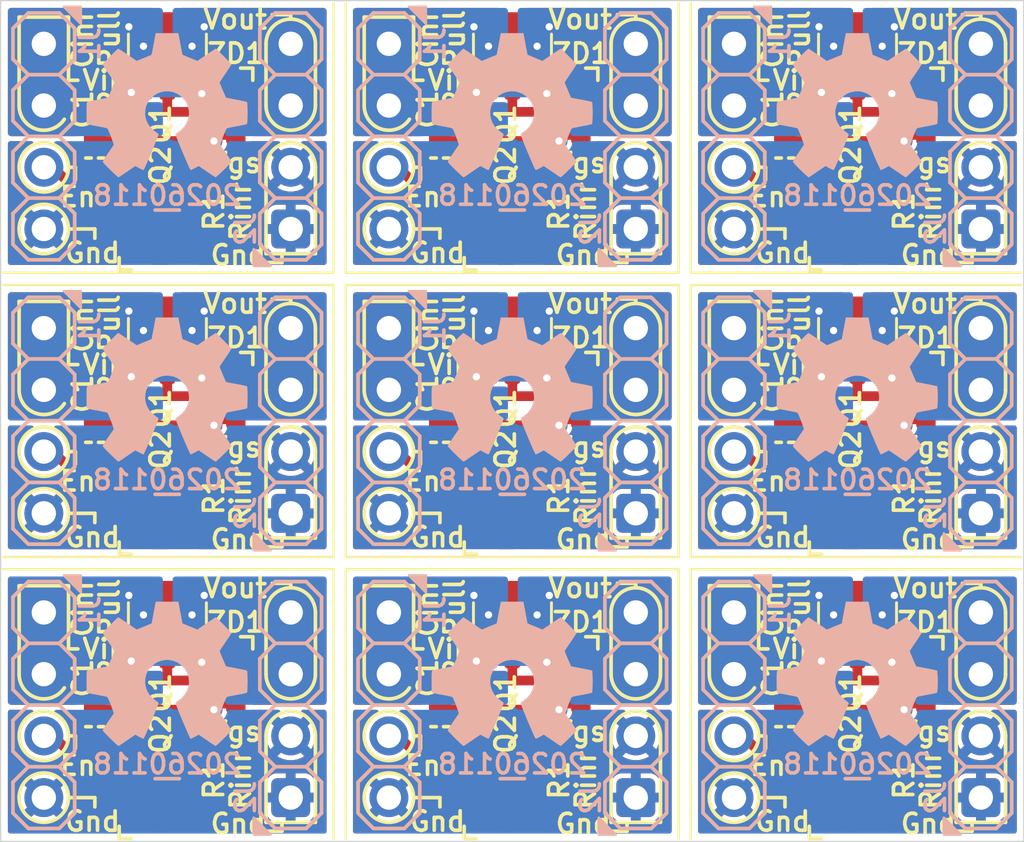
<source format=kicad_pcb>
(kicad_pcb (version 20241229) (generator "pcbnew") (generator_version "9.0")
  (layers (0 "F.Cu" mixed) (2 "B.Cu" mixed) (13 "F.Paste" user) (15 "B.Paste" user) (5 "F.SilkS" user "F.Silkscreen") (7 "B.SilkS" user "B.Silkscreen") (1 "F.Mask" user) (3 "B.Mask" user) (25 "Edge.Cuts" user))
  (net 0 "")
  (net 1 "/VIN")
  (net 2 "/EN")
  (net 3 "/GND")
  (net 4 "/VOUT")
  (net 5 "Net-(Q2-D)")
  (net 6 "Net-(Q1-G1)")
  (net 7 "Net-(Q1-S1)")
  (footprint "SquantorIC:SOT23-6-HAND" (layer "F.Cu") (at 26.858 45.678 90)
    (property "Reference" "Q1")
    (property "Value" "Dual_PMOS")
  )
  (footprint "SquantorIC:SOT23-3" (layer "F.Cu") (at 40.778 52.678 90)
    (property "Reference" "Q2")
    (property "Value" "NMOS")
  )
  (footprint "SquantorCapacitor:C_0603" (layer "F.Cu") (at 38.078 38.178 -90)
    (property "Reference" "C1")
    (property "Value" "Cinr")
  )
  (footprint "SquantorResistor:R_0603_hand" (layer "F.Cu") (at 39.378 26.678 -90)
    (property "Reference" "R2")
    (property "Value" "Pull")
  )
  (footprint "SquantorDiodes:SOD-323-nexperia-hand" (layer "F.Cu") (at 58.078 47.878 -90)
    (property "Reference" "ZD1")
    (property "Value" "Vgs")
  )
  (footprint "SquantorResistor:R_0603_hand" (layer "F.Cu") (at 27.978 26.678 -90)
    (property "Reference" "R1")
    (property "Value" "Rinr")
  )
  (footprint "SquantorIC:SOT23-3" (layer "F.Cu") (at 54.978 52.678 90)
    (property "Reference" "Q2")
    (property "Value" "NMOS")
  )
  (footprint "SquantorCapacitor:C_0603" (layer "F.Cu") (at 52.278 49.878 -90)
    (property "Reference" "C1")
    (property "Value" "Cinr")
  )
  (footprint "SquantorResistor:R_0603_hand" (layer "F.Cu") (at 56.378 26.678 -90)
    (property "Reference" "R1")
    (property "Value" "Rinr")
  )
  (footprint "SquantorIC:SOT23-3" (layer "F.Cu") (at 26.578 52.678 90)
    (property "Reference" "Q2")
    (property "Value" "NMOS")
  )
  (footprint "SquantorIC:SOT23-3" (layer "F.Cu") (at 26.578 40.978 90)
    (property "Reference" "Q2")
    (property "Value" "NMOS")
  )
  (footprint "SquantorCapacitor:C_0603" (layer "F.Cu") (at 52.278 38.178 -90)
    (property "Reference" "C1")
    (property "Value" "Cinr")
  )
  (footprint "SquantorIC:SOT23-3" (layer "F.Cu") (at 26.578 29.278 90)
    (property "Reference" "Q2")
    (property "Value" "NMOS")
  )
  (footprint "SquantorIC:SOT23-6-HAND" (layer "F.Cu") (at 55.258 22.278 90)
    (property "Reference" "Q1")
    (property "Value" "Dual_PMOS")
  )
  (footprint "SquantorIC:SOT23-6-HAND" (layer "F.Cu") (at 41.058 45.678 90)
    (property "Reference" "Q1")
    (property "Value" "Dual_PMOS")
  )
  (footprint "SquantorIC:SOT23-3" (layer "F.Cu") (at 54.978 40.978 90)
    (property "Reference" "Q2")
    (property "Value" "NMOS")
  )
  (footprint "SquantorIC:SOT23-3" (layer "F.Cu") (at 54.978 29.278 90)
    (property "Reference" "Q2")
    (property "Value" "NMOS")
  )
  (footprint "SquantorIC:SOT23-6-HAND" (layer "F.Cu") (at 55.258 33.978 90)
    (property "Reference" "Q1")
    (property "Value" "Dual_PMOS")
  )
  (footprint "SquantorCapacitor:C_0603" (layer "F.Cu") (at 23.878 38.178 -90)
    (property "Reference" "C1")
    (property "Value" "Cinr")
  )
  (footprint "SquantorResistor:R_0603_hand" (layer "F.Cu") (at 53.578 38.378 -90)
    (property "Reference" "R2")
    (property "Value" "Pull")
  )
  (footprint "SquantorResistor:R_0603_hand" (layer "F.Cu") (at 27.978 38.378 -90)
    (property "Reference" "R1")
    (property "Value" "Rinr")
  )
  (footprint "SquantorDiodes:SOD-323-nexperia-hand" (layer "F.Cu") (at 58.078 24.478 -90)
    (property "Reference" "ZD1")
    (property "Value" "Vgs")
  )
  (footprint "SquantorCapacitor:C_0603" (layer "F.Cu") (at 23.878 49.878 -90)
    (property "Reference" "C1")
    (property "Value" "Cinr")
  )
  (footprint "SquantorDiodes:SOD-323-nexperia-hand" (layer "F.Cu") (at 43.878 47.878 -90)
    (property "Reference" "ZD1")
    (property "Value" "Vgs")
  )
  (footprint "SquantorResistor:R_0603_hand" (layer "F.Cu") (at 39.378 38.378 -90)
    (property "Reference" "R2")
    (property "Value" "Pull")
  )
  (footprint "SquantorResistor:R_0603_hand" (layer "F.Cu") (at 53.578 26.678 -90)
    (property "Reference" "R2")
    (property "Value" "Pull")
  )
  (footprint "SquantorDiodes:SOD-323-nexperia-hand" (layer "F.Cu") (at 58.078 36.178 -90)
    (property "Reference" "ZD1")
    (property "Value" "Vgs")
  )
  (footprint "SquantorIC:SOT23-6-HAND" (layer "F.Cu") (at 41.058 33.978 90)
    (property "Reference" "Q1")
    (property "Value" "Dual_PMOS")
  )
  (footprint "SquantorDiodes:SOD-323-nexperia-hand" (layer "F.Cu") (at 29.678 36.178 -90)
    (property "Reference" "ZD1")
    (property "Value" "Vgs")
  )
  (footprint "SquantorResistor:R_0603_hand" (layer "F.Cu") (at 42.178 26.678 -90)
    (property "Reference" "R1")
    (property "Value" "Rinr")
  )
  (footprint "SquantorCapacitor:C_0603" (layer "F.Cu") (at 23.878 26.478 -90)
    (property "Reference" "C1")
    (property "Value" "Cinr")
  )
  (footprint "SquantorDiodes:SOD-323-nexperia-hand" (layer "F.Cu") (at 43.878 24.478 -90)
    (property "Reference" "ZD1")
    (property "Value" "Vgs")
  )
  (footprint "SquantorIC:SOT23-6-HAND" (layer "F.Cu") (at 41.058 22.278 90)
    (property "Reference" "Q1")
    (property "Value" "Dual_PMOS")
  )
  (footprint "SquantorResistor:R_0603_hand" (layer "F.Cu") (at 53.578 50.078 -90)
    (property "Reference" "R2")
    (property "Value" "Pull")
  )
  (footprint "SquantorResistor:R_0603_hand" (layer "F.Cu") (at 27.978 50.078 -90)
    (property "Reference" "R1")
    (property "Value" "Rinr")
  )
  (footprint "SquantorResistor:R_0603_hand" (layer "F.Cu") (at 39.378 50.078 -90)
    (property "Reference" "R2")
    (property "Value" "Pull")
  )
  (footprint "SquantorIC:SOT23-6-HAND" (layer "F.Cu") (at 26.858 22.278 90)
    (property "Reference" "Q1")
    (property "Value" "Dual_PMOS")
  )
  (footprint "SquantorCapacitor:C_0603" (layer "F.Cu") (at 38.078 49.878 -90)
    (property "Reference" "C1")
    (property "Value" "Cinr")
  )
  (footprint "SquantorDiodes:SOD-323-nexperia-hand" (layer "F.Cu") (at 43.878 36.178 -90)
    (property "Reference" "ZD1")
    (property "Value" "Vgs")
  )
  (footprint "SquantorIC:SOT23-3" (layer "F.Cu") (at 40.778 40.978 90)
    (property "Reference" "Q2")
    (property "Value" "NMOS")
  )
  (footprint "SquantorResistor:R_0603_hand" (layer "F.Cu") (at 56.378 50.078 -90)
    (property "Reference" "R1")
    (property "Value" "Rinr")
  )
  (footprint "SquantorResistor:R_0603_hand" (layer "F.Cu") (at 42.178 50.078 -90)
    (property "Reference" "R1")
    (property "Value" "Rinr")
  )
  (footprint "SquantorIC:SOT23-6-HAND" (layer "F.Cu") (at 26.858 33.978 90)
    (property "Reference" "Q1")
    (property "Value" "Dual_PMOS")
  )
  (footprint "SquantorResistor:R_0603_hand" (layer "F.Cu") (at 42.178 38.378 -90)
    (property "Reference" "R1")
    (property "Value" "Rinr")
  )
  (footprint "SquantorResistor:R_0603_hand" (layer "F.Cu") (at 56.378 38.378 -90)
    (property "Reference" "R1")
    (property "Value" "Rinr")
  )
  (footprint "SquantorDiodes:SOD-323-nexperia-hand" (layer "F.Cu") (at 29.678 47.878 -90)
    (property "Reference" "ZD1")
    (property "Value" "Vgs")
  )
  (footprint "SquantorResistor:R_0603_hand" (layer "F.Cu") (at 25.178 50.078 -90)
    (property "Reference" "R2")
    (property "Value" "Pull")
  )
  (footprint "SquantorIC:SOT23-6-HAND" (layer "F.Cu") (at 55.258 45.678 90)
    (property "Reference" "Q1")
    (property "Value" "Dual_PMOS")
  )
  (footprint "SquantorCapacitor:C_0603" (layer "F.Cu") (at 52.278 26.478 -90)
    (property "Reference" "C1")
    (property "Value" "Cinr")
  )
  (footprint "SquantorResistor:R_0603_hand" (layer "F.Cu") (at 25.178 26.678 -90)
    (property "Reference" "R2")
    (property "Value" "Pull")
  )
  (footprint "SquantorResistor:R_0603_hand" (layer "F.Cu") (at 25.178 38.378 -90)
    (property "Reference" "R2")
    (property "Value" "Pull")
  )
  (footprint "SquantorIC:SOT23-3" (layer "F.Cu") (at 40.778 29.278 90)
    (property "Reference" "Q2")
    (property "Value" "NMOS")
  )
  (footprint "SquantorDiodes:SOD-323-nexperia-hand" (layer "F.Cu") (at 29.678 24.478 -90)
    (property "Reference" "ZD1")
    (property "Value" "Vgs")
  )
  (footprint "SquantorCapacitor:C_0603" (layer "F.Cu") (at 38.078 26.478 -90)
    (property "Reference" "C1")
    (property "Value" "Cinr")
  )
  (footprint "SquantorLabels:Label_Generic" (layer "B.Cu") (at 26.858 28.018 180)
    (property "Reference" "N1" (hide yes))
    (property "Value" "20260118")
  )
  (footprint "Symbol:OSHW-Symbol_6.7x6mm_SilkScreen" (layer "B.Cu") (at 26.858 24.318 180)
    (property "Reference" "N2" (hide yes))
    (property "Value" "OHWLOGO" (hide yes))
  )
  (footprint "SquantorLabels:Label_Generic" (layer "B.Cu") (at 41.058 51.418 180)
    (property "Reference" "N1" (hide yes))
    (property "Value" "20260118")
  )
  (footprint "SquantorConnectors:Header-0254-1X04-H010" (layer "B.Cu") (at 46.138 37.288 90)
    (property "Reference" "J2")
    (property "Value" "Conn_01x04")
  )
  (footprint "SquantorConnectors:Header-0254-1X04-H010" (layer "B.Cu") (at 35.978 37.288 -90)
    (property "Reference" "J1")
    (property "Value" "Conn_01x04")
  )
  (footprint "SquantorConnectors:Header-0254-1X04-H010" (layer "B.Cu") (at 21.778 48.988 -90)
    (property "Reference" "J1")
    (property "Value" "Conn_01x04")
  )
  (footprint "SquantorConnectors:Header-0254-1X04-H010" (layer "B.Cu") (at 46.138 48.988 90)
    (property "Reference" "J2")
    (property "Value" "Conn_01x04")
  )
  (footprint "Symbol:OSHW-Symbol_6.7x6mm_SilkScreen" (layer "B.Cu") (at 26.858 47.718 180)
    (property "Reference" "N2" (hide yes))
    (property "Value" "OHWLOGO" (hide yes))
  )
  (footprint "SquantorLabels:Label_Generic" (layer "B.Cu") (at 26.858 39.718 180)
    (property "Reference" "N1" (hide yes))
    (property "Value" "20260118")
  )
  (footprint "SquantorLabels:Label_Generic" (layer "B.Cu") (at 55.258 51.418 180)
    (property "Reference" "N1" (hide yes))
    (property "Value" "20260118")
  )
  (footprint "SquantorConnectors:Header-0254-1X04-H010" (layer "B.Cu") (at 21.778 37.288 -90)
    (property "Reference" "J1")
    (property "Value" "Conn_01x04")
  )
  (footprint "Symbol:OSHW-Symbol_6.7x6mm_SilkScreen" (layer "B.Cu") (at 41.058 47.718 180)
    (property "Reference" "N2" (hide yes))
    (property "Value" "OHWLOGO" (hide yes))
  )
  (footprint "SquantorLabels:Label_Generic" (layer "B.Cu") (at 26.858 51.418 180)
    (property "Reference" "N1" (hide yes))
    (property "Value" "20260118")
  )
  (footprint "Symbol:OSHW-Symbol_6.7x6mm_SilkScreen" (layer "B.Cu") (at 55.258 24.318 180)
    (property "Reference" "N2" (hide yes))
    (property "Value" "OHWLOGO" (hide yes))
  )
  (footprint "SquantorLabels:Label_Generic" (layer "B.Cu") (at 41.058 39.718 180)
    (property "Reference" "N1" (hide yes))
    (property "Value" "20260118")
  )
  (footprint "SquantorConnectors:Header-0254-1X04-H010" (layer "B.Cu") (at 31.938 25.588 90)
    (property "Reference" "J2")
    (property "Value" "Conn_01x04")
  )
  (footprint "SquantorConnectors:Header-0254-1X04-H010" (layer "B.Cu") (at 50.178 48.988 -90)
    (property "Reference" "J1")
    (property "Value" "Conn_01x04")
  )
  (footprint "SquantorConnectors:Header-0254-1X04-H010" (layer "B.Cu") (at 35.978 48.988 -90)
    (property "Reference" "J1")
    (property "Value" "Conn_01x04")
  )
  (footprint "Symbol:OSHW-Symbol_6.7x6mm_SilkScreen" (layer "B.Cu") (at 26.858 36.018 180)
    (property "Reference" "N2" (hide yes))
    (property "Value" "OHWLOGO" (hide yes))
  )
  (footprint "SquantorLabels:Label_Generic" (layer "B.Cu") (at 55.258 39.718 180)
    (property "Reference" "N1" (hide yes))
    (property "Value" "20260118")
  )
  (footprint "Symbol:OSHW-Symbol_6.7x6mm_SilkScreen" (layer "B.Cu") (at 55.258 36.018 180)
    (property "Reference" "N2" (hide yes))
    (property "Value" "OHWLOGO" (hide yes))
  )
  (footprint "SquantorConnectors:Header-0254-1X04-H010" (layer "B.Cu") (at 21.778 25.588 -90)
    (property "Reference" "J1")
    (property "Value" "Conn_01x04")
  )
  (footprint "SquantorConnectors:Header-0254-1X04-H010" (layer "B.Cu") (at 60.338 48.988 90)
    (property "Reference" "J2")
    (property "Value" "Conn_01x04")
  )
  (footprint "Symbol:OSHW-Symbol_6.7x6mm_SilkScreen" (layer "B.Cu") (at 55.258 47.718 180)
    (property "Reference" "N2" (hide yes))
    (property "Value" "OHWLOGO" (hide yes))
  )
  (footprint "SquantorConnectors:Header-0254-1X04-H010" (layer "B.Cu") (at 46.138 25.588 90)
    (property "Reference" "J2")
    (property "Value" "Conn_01x04")
  )
  (footprint "SquantorConnectors:Header-0254-1X04-H010" (layer "B.Cu") (at 50.178 25.588 -90)
    (property "Reference" "J1")
    (property "Value" "Conn_01x04")
  )
  (footprint "SquantorConnectors:Header-0254-1X04-H010" (layer "B.Cu") (at 31.938 37.288 90)
    (property "Reference" "J2")
    (property "Value" "Conn_01x04")
  )
  (footprint "SquantorConnectors:Header-0254-1X04-H010" (layer "B.Cu") (at 60.338 25.588 90)
    (property "Reference" "J2")
    (property "Value" "Conn_01x04")
  )
  (footprint "SquantorLabels:Label_Generic" (layer "B.Cu") (at 55.258 28.018 180)
    (property "Reference" "N1" (hide yes))
    (property "Value" "20260118")
  )
  (footprint "Symbol:OSHW-Symbol_6.7x6mm_SilkScreen" (layer "B.Cu") (at 41.058 24.318 180)
    (property "Reference" "N2" (hide yes))
    (property "Value" "OHWLOGO" (hide yes))
  )
  (footprint "SquantorConnectors:Header-0254-1X04-H010" (layer "B.Cu") (at 60.338 37.288 90)
    (property "Reference" "J2")
    (property "Value" "Conn_01x04")
  )
  (footprint "Symbol:OSHW-Symbol_6.7x6mm_SilkScreen" (layer "B.Cu") (at 41.058 36.018 180)
    (property "Reference" "N2" (hide yes))
    (property "Value" "OHWLOGO" (hide yes))
  )
  (footprint "SquantorLabels:Label_Generic" (layer "B.Cu") (at 41.058 28.018 180)
    (property "Reference" "N1" (hide yes))
    (property "Value" "20260118")
  )
  (footprint "SquantorConnectors:Header-0254-1X04-H010" (layer "B.Cu") (at 35.978 25.588 -90)
    (property "Reference" "J1")
    (property "Value" "Conn_01x04")
  )
  (footprint "SquantorConnectors:Header-0254-1X04-H010" (layer "B.Cu") (at 50.178 37.288 -90)
    (property "Reference" "J1")
    (property "Value" "Conn_01x04")
  )
  (footprint "SquantorConnectors:Header-0254-1X04-H010" (layer "B.Cu") (at 31.938 48.988 90)
    (property "Reference" "J2")
    (property "Value" "Conn_01x04")
  )
  (gr_line (start 59.322 50.258) (end 59.322 50.878) (stroke (width 0.15)) (layer "F.SilkS"))
  (gr_line (start 31.578 42.178) (end 31.578 42.478) (stroke (width 0.15)) (layer "F.SilkS"))
  (gr_circle (center 35.978 52.798) (end 36.994 52.798) (stroke (width 0.15)) (fill no) (layer "F.SilkS"))
  (gr_arc (start 36.823363 24.881575) (mid 35.68358 25.290405) (end 34.962 24.318) (stroke (width 0.15)) (layer "F.SilkS"))
  (gr_line (start 59.322 38.558) (end 59.322 39.178) (stroke (width 0.15)) (layer "F.SilkS"))
  (gr_circle (center 50.178 50.258) (end 51.194 50.258) (stroke (width 0.15)) (fill no) (layer "F.SilkS"))
  (gr_line (start 36.994 32.378) (end 36.994 34.978) (stroke (width 0.15)) (layer "F.SilkS"))
  (gr_line (start 36.994 52.798) (end 38.078 52.798) (stroke (width 0.15)) (layer "F.SilkS"))
  (gr_line (start 36.994 44.078) (end 36.994 46.678) (stroke (width 0.15)) (layer "F.SilkS"))
  (gr_line (start 47.154 45.178) (end 47.154 47.718) (stroke (width 0.15)) (layer "F.SilkS"))
  (gr_circle (center 21.778 38.558) (end 22.794 38.558) (stroke (width 0.15)) (fill no) (layer "F.SilkS"))
  (gr_line (start 30.922 45.178) (end 30.922 47.718) (stroke (width 0.15)) (layer "F.SilkS"))
  (gr_circle (center 21.778 29.398) (end 22.794 29.398) (stroke (width 0.15)) (fill no) (layer "F.SilkS"))
  (gr_line (start 38.078 29.398) (end 38.078 29.778) (stroke (width 0.15)) (layer "F.SilkS"))
  (gr_line (start 30.922 21.778) (end 30.922 24.318) (stroke (width 0.15)) (layer "F.SilkS"))
  (gr_line (start 22.794 41.098) (end 23.878 41.098) (stroke (width 0.15)) (layer "F.SilkS"))
  (gr_arc (start 51.023363 24.881575) (mid 49.88358 25.290405) (end 49.162 24.318) (stroke (width 0.15)) (layer "F.SilkS"))
  (gr_line (start 60.338 20.578) (end 59.578 20.578) (stroke (width 0.15)) (layer "F.SilkS"))
  (gr_line (start 34.962 20.678) (end 34.962 24.318) (stroke (width 0.15)) (layer "F.SilkS"))
  (gr_arc (start 51.023363 36.581575) (mid 49.88358 36.990405) (end 49.162 36.018) (stroke (width 0.15)) (layer "F.SilkS"))
  (gr_line (start 45.778 42.478) (end 45.178 42.478) (stroke (width 0.15)) (layer "F.SilkS"))
  (gr_line (start 23.878 29.398) (end 23.878 29.778) (stroke (width 0.15)) (layer "F.SilkS"))
  (gr_line (start 49.162 32.378) (end 51.194 32.378) (stroke (width 0.15)) (layer "F.SilkS"))
  (gr_arc (start 45.122 50.258) (mid 46.138 49.242) (end 47.154 50.258) (stroke (width 0.15)) (layer "F.SilkS"))
  (gr_line (start 38.078 52.798) (end 38.078 53.178) (stroke (width 0.15)) (layer "F.SilkS"))
  (gr_line (start 37.278 50.258) (end 37.278 50.778) (stroke (width 0.15)) (layer "F.SilkS"))
  (gr_arc (start 30.922 26.858) (mid 31.938 25.842) (end 32.954 26.858) (stroke (width 0.15)) (layer "F.SilkS"))
  (gr_arc (start 45.122 38.558) (mid 46.138 37.542) (end 47.154 38.558) (stroke (width 0.15)) (layer "F.SilkS"))
  (gr_line (start 30.922 30.414) (end 32.954 30.414) (stroke (width 0.15)) (layer "F.SilkS"))
  (gr_circle (center 35.978 41.098) (end 36.994 41.098) (stroke (width 0.15)) (fill no) (layer "F.SilkS"))
  (gr_line (start 61.354 45.178) (end 61.354 47.718) (stroke (width 0.15)) (layer "F.SilkS"))
  (gr_line (start 48.4 31.7) (end 62 31.7) (stroke (width 0.1)) (layer "F.SilkS"))
  (gr_line (start 33.7 54.5) (end 33.7 43.4) (stroke (width 0.1)) (layer "F.SilkS"))
  (gr_line (start 46.138 20.578) (end 45.378 20.578) (stroke (width 0.15)) (layer "F.SilkS"))
  (gr_line (start 20.762 44.078) (end 20.762 47.718) (stroke (width 0.15)) (layer "F.SilkS"))
  (gr_line (start 59.322 42.114) (end 59.322 39.178) (stroke (width 0.15)) (layer "F.SilkS"))
  (gr_line (start 61.354 21.778) (end 61.354 24.318) (stroke (width 0.15)) (layer "F.SilkS"))
  (gr_line (start 45.122 21.778) (end 45.122 24.318) (stroke (width 0.15)) (layer "F.SilkS"))
  (gr_circle (center 21.778 50.258) (end 22.794 50.258) (stroke (width 0.15)) (fill no) (layer "F.SilkS"))
  (gr_line (start 61.354 42.114) (end 61.354 38.558) (stroke (width 0.15)) (layer "F.SilkS"))
  (gr_line (start 51.478 26.858) (end 51.478 27.378) (stroke (width 0.15)) (layer "F.SilkS"))
  (gr_line (start 59.978 30.778) (end 59.378 30.778) (stroke (width 0.15)) (layer "F.SilkS"))
  (gr_line (start 47.9 43.4) (end 34.2 43.4) (stroke (width 0.1)) (layer "F.SilkS"))
  (gr_line (start 60.338 43.978) (end 59.578 43.978) (stroke (width 0.15)) (layer "F.SilkS"))
  (gr_line (start 59.322 53.814) (end 59.322 50.878) (stroke (width 0.15)) (layer "F.SilkS"))
  (gr_line (start 45.778 30.778) (end 45.178 30.778) (stroke (width 0.15)) (layer "F.SilkS"))
  (gr_line (start 51.194 26.858) (end 51.478 26.858) (stroke (width 0.15)) (layer "F.SilkS"))
  (gr_arc (start 30.922 45.178) (mid 31.938 44.162) (end 32.954 45.178) (stroke (width 0.15)) (layer "F.SilkS"))
  (gr_arc (start 32.954 24.318) (mid 31.938 25.334) (end 30.922 24.318) (stroke (width 0.15)) (layer "F.SilkS"))
  (gr_line (start 20.1 31.7) (end 33.7 31.7) (stroke (width 0.1)) (layer "F.SilkS"))
  (gr_line (start 47.9 42.9) (end 47.9 31.7) (stroke (width 0.1)) (layer "F.SilkS"))
  (gr_line (start 48.4 31.7) (end 48.4 42.9) (stroke (width 0.1)) (layer "F.SilkS"))
  (gr_line (start 34.962 44.078) (end 36.994 44.078) (stroke (width 0.15)) (layer "F.SilkS"))
  (gr_line (start 33.7 31.2) (end 33.7 20.1) (stroke (width 0.1)) (layer "F.SilkS"))
  (gr_line (start 32.954 30.414) (end 32.954 26.858) (stroke (width 0.15)) (layer "F.SilkS"))
  (gr_line (start 22.794 46.678) (end 23.178 46.678) (stroke (width 0.15)) (layer "F.SilkS"))
  (gr_line (start 51.194 20.678) (end 51.194 23.278) (stroke (width 0.15)) (layer "F.SilkS"))
  (gr_line (start 60.338 32.462) (end 60.338 32.278) (stroke (width 0.15)) (layer "F.SilkS"))
  (gr_arc (start 51.023363 48.281575) (mid 49.88358 48.690405) (end 49.162 47.718) (stroke (width 0.15)) (layer "F.SilkS"))
  (gr_line (start 52.278 29.398) (end 52.278 29.778) (stroke (width 0.15)) (layer "F.SilkS"))
  (gr_circle (center 35.978 50.258) (end 36.994 50.258) (stroke (width 0.15)) (fill no) (layer "F.SilkS"))
  (gr_line (start 23.078 38.558) (end 23.078 39.078) (stroke (width 0.15)) (layer "F.SilkS"))
  (gr_line (start 34.2 43.4) (end 34.2 54.5) (stroke (width 0.1)) (layer "F.SilkS"))
  (gr_line (start 34.2 31.7) (end 47.9 31.7) (stroke (width 0.1)) (layer "F.SilkS"))
  (gr_arc (start 59.322 38.558) (mid 60.338 37.542) (end 61.354 38.558) (stroke (width 0.15)) (layer "F.SilkS"))
  (gr_line (start 48.4 42.9) (end 62 42.9) (stroke (width 0.1)) (layer "F.SilkS"))
  (gr_line (start 32.954 53.814) (end 32.954 50.258) (stroke (width 0.15)) (layer "F.SilkS"))
  (gr_arc (start 59.322 21.778) (mid 60.338 20.762) (end 61.354 21.778) (stroke (width 0.15)) (layer "F.SilkS"))
  (gr_line (start 51.194 32.378) (end 51.194 34.978) (stroke (width 0.15)) (layer "F.SilkS"))
  (gr_line (start 60.338 20.762) (end 60.338 20.578) (stroke (width 0.15)) (layer "F.SilkS"))
  (gr_line (start 22.794 26.858) (end 23.078 26.858) (stroke (width 0.15)) (layer "F.SilkS"))
  (gr_arc (start 61.354 47.718) (mid 60.338 48.734) (end 59.322 47.718) (stroke (width 0.15)) (layer "F.SilkS"))
  (gr_line (start 51.194 29.398) (end 52.278 29.398) (stroke (width 0.15)) (layer "F.SilkS"))
  (gr_line (start 45.778 30.478) (end 45.778 30.778) (stroke (width 0.15)) (layer "F.SilkS"))
  (gr_line (start 34.2 20.1) (end 34.2 31.2) (stroke (width 0.1)) (layer "F.SilkS"))
  (gr_arc (start 22.623363 48.281575) (mid 21.48358 48.690405) (end 20.762 47.718) (stroke (width 0.15)) (layer "F.SilkS"))
  (gr_line (start 59.322 21.778) (end 59.322 24.318) (stroke (width 0.15)) (layer "F.SilkS"))
  (gr_line (start 49.162 20.678) (end 49.162 24.318) (stroke (width 0.15)) (layer "F.SilkS"))
  (gr_circle (center 50.178 29.398) (end 51.194 29.398) (stroke (width 0.15)) (fill no) (layer "F.SilkS"))
  (gr_circle (center 35.978 29.398) (end 36.994 29.398) (stroke (width 0.15)) (fill no) (layer "F.SilkS"))
  (gr_line (start 22.794 44.078) (end 22.794 46.678) (stroke (width 0.15)) (layer "F.SilkS"))
  (gr_line (start 45.122 30.414) (end 45.122 27.478) (stroke (width 0.15)) (layer "F.SilkS"))
  (gr_line (start 30.922 53.814) (end 30.922 50.878) (stroke (width 0.15)) (layer "F.SilkS"))
  (gr_arc (start 30.922 21.778) (mid 31.938 20.762) (end 32.954 21.778) (stroke (width 0.15)) (layer "F.SilkS"))
  (gr_line (start 34.2 31.7) (end 34.2 42.9) (stroke (width 0.1)) (layer "F.SilkS"))
  (gr_line (start 45.122 42.114) (end 45.122 39.178) (stroke (width 0.15)) (layer "F.SilkS"))
  (gr_line (start 20.762 44.078) (end 22.794 44.078) (stroke (width 0.15)) (layer "F.SilkS"))
  (gr_line (start 36.994 29.398) (end 38.078 29.398) (stroke (width 0.15)) (layer "F.SilkS"))
  (gr_line (start 45.122 50.258) (end 45.122 50.878) (stroke (width 0.15)) (layer "F.SilkS"))
  (gr_line (start 36.994 20.678) (end 36.994 23.278) (stroke (width 0.15)) (layer "F.SilkS"))
  (gr_line (start 51.194 50.258) (end 51.478 50.258) (stroke (width 0.15)) (layer "F.SilkS"))
  (gr_line (start 59.978 42.178) (end 59.978 42.478) (stroke (width 0.15)) (layer "F.SilkS"))
  (gr_arc (start 30.922 38.558) (mid 31.938 37.542) (end 32.954 38.558) (stroke (width 0.15)) (layer "F.SilkS"))
  (gr_line (start 38.078 41.098) (end 38.078 41.478) (stroke (width 0.15)) (layer "F.SilkS"))
  (gr_line (start 51.194 52.798) (end 52.278 52.798) (stroke (width 0.15)) (layer "F.SilkS"))
  (gr_line (start 31.578 54.178) (end 30.978 54.178) (stroke (width 0.15)) (layer "F.SilkS"))
  (gr_line (start 34.962 20.678) (end 36.994 20.678) (stroke (width 0.15)) (layer "F.SilkS"))
  (gr_line (start 59.322 30.414) (end 61.354 30.414) (stroke (width 0.15)) (layer "F.SilkS"))
  (gr_arc (start 45.122 33.478) (mid 46.138 32.462) (end 47.154 33.478) (stroke (width 0.15)) (layer "F.SilkS"))
  (gr_line (start 34.962 44.078) (end 34.962 47.718) (stroke (width 0.15)) (layer "F.SilkS"))
  (gr_line (start 31.938 20.762) (end 31.938 20.578) (stroke (width 0.15)) (layer "F.SilkS"))
  (gr_line (start 31.938 43.978) (end 31.178 43.978) (stroke (width 0.15)) (layer "F.SilkS"))
  (gr_line (start 48.4 20.1) (end 48.4 31.2) (stroke (width 0.1)) (layer "F.SilkS"))
  (gr_line (start 33.7 43.4) (end 20.1 43.4) (stroke (width 0.1)) (layer "F.SilkS"))
  (gr_line (start 37.278 38.558) (end 37.278 39.078) (stroke (width 0.15)) (layer "F.SilkS"))
  (gr_line (start 48.4 43.4) (end 48.4 54.5) (stroke (width 0.1)) (layer "F.SilkS"))
  (gr_line (start 22.794 52.798) (end 23.878 52.798) (stroke (width 0.15)) (layer "F.SilkS"))
  (gr_line (start 61.354 53.814) (end 61.354 50.258) (stroke (width 0.15)) (layer "F.SilkS"))
  (gr_line (start 59.978 53.878) (end 59.978 54.178) (stroke (width 0.15)) (layer "F.SilkS"))
  (gr_line (start 45.122 45.178) (end 45.122 47.718) (stroke (width 0.15)) (layer "F.SilkS"))
  (gr_line (start 34.962 32.378) (end 34.962 36.018) (stroke (width 0.15)) (layer "F.SilkS"))
  (gr_arc (start 30.922 50.258) (mid 31.938 49.242) (end 32.954 50.258) (stroke (width 0.15)) (layer "F.SilkS"))
  (gr_line (start 20.762 32.378) (end 22.794 32.378) (stroke (width 0.15)) (layer "F.SilkS"))
  (gr_circle (center 21.778 52.798) (end 22.794 52.798) (stroke (width 0.15)) (fill no) (layer "F.SilkS"))
  (gr_line (start 22.794 20.678) (end 22.794 23.278) (stroke (width 0.15)) (layer "F.SilkS"))
  (gr_line (start 59.322 53.814) (end 61.354 53.814) (stroke (width 0.15)) (layer "F.SilkS"))
  (gr_line (start 61.354 33.478) (end 61.354 36.018) (stroke (width 0.15)) (layer "F.SilkS"))
  (gr_line (start 45.122 53.814) (end 45.122 50.878) (stroke (width 0.15)) (layer "F.SilkS"))
  (gr_line (start 45.122 53.814) (end 47.154 53.814) (stroke (width 0.15)) (layer "F.SilkS"))
  (gr_line (start 30.922 33.478) (end 30.922 36.018) (stroke (width 0.15)) (layer "F.SilkS"))
  (gr_arc (start 47.154 47.718) (mid 46.138 48.734) (end 45.122 47.718) (stroke (width 0.15)) (layer "F.SilkS"))
  (gr_line (start 31.578 30.478) (end 31.578 30.778) (stroke (width 0.15)) (layer "F.SilkS"))
  (gr_line (start 22.794 29.398) (end 23.878 29.398) (stroke (width 0.15)) (layer "F.SilkS"))
  (gr_line (start 33.7 42.9) (end 33.7 31.7) (stroke (width 0.1)) (layer "F.SilkS"))
  (gr_line (start 31.578 42.478) (end 30.978 42.478) (stroke (width 0.15)) (layer "F.SilkS"))
  (gr_line (start 20.762 32.378) (end 20.762 36.018) (stroke (width 0.15)) (layer "F.SilkS"))
  (gr_line (start 23.078 26.858) (end 23.078 27.378) (stroke (width 0.15)) (layer "F.SilkS"))
  (gr_line (start 30.922 42.114) (end 32.954 42.114) (stroke (width 0.15)) (layer "F.SilkS"))
  (gr_line (start 59.978 30.478) (end 59.978 30.778) (stroke (width 0.15)) (layer "F.SilkS"))
  (gr_line (start 30.922 53.814) (end 32.954 53.814) (stroke (width 0.15)) (layer "F.SilkS"))
  (gr_line (start 22.794 34.978) (end 23.178 34.978) (stroke (width 0.15)) (layer "F.SilkS"))
  (gr_line (start 45.778 53.878) (end 45.778 54.178) (stroke (width 0.15)) (layer "F.SilkS"))
  (gr_line (start 62 31.2) (end 48.4 31.2) (stroke (width 0.1)) (layer "F.SilkS"))
  (gr_line (start 34.962 32.378) (end 36.994 32.378) (stroke (width 0.15)) (layer "F.SilkS"))
  (gr_line (start 47.9 31.2) (end 47.9 20.1) (stroke (width 0.1)) (layer "F.SilkS"))
  (gr_arc (start 61.354 24.318) (mid 60.338 25.334) (end 59.322 24.318) (stroke (width 0.15)) (layer "F.SilkS"))
  (gr_line (start 47.9 31.2) (end 34.2 31.2) (stroke (width 0.1)) (layer "F.SilkS"))
  (gr_line (start 22.794 23.278) (end 23.178 23.278) (stroke (width 0.15)) (layer "F.SilkS"))
  (gr_line (start 45.778 42.178) (end 45.778 42.478) (stroke (width 0.15)) (layer "F.SilkS"))
  (gr_line (start 30.922 26.858) (end 30.922 27.478) (stroke (width 0.15)) (layer "F.SilkS"))
  (gr_line (start 51.194 23.278) (end 51.578 23.278) (stroke (width 0.15)) (layer "F.SilkS"))
  (gr_line (start 45.122 42.114) (end 47.154 42.114) (stroke (width 0.15)) (layer "F.SilkS"))
  (gr_line (start 31.938 44.162) (end 31.938 43.978) (stroke (width 0.15)) (layer "F.SilkS"))
  (gr_line (start 31.578 30.778) (end 30.978 30.778) (stroke (width 0.15)) (layer "F.SilkS"))
  (gr_line (start 30.922 50.258) (end 30.922 50.878) (stroke (width 0.15)) (layer "F.SilkS"))
  (gr_line (start 31.938 32.462) (end 31.938 32.278) (stroke (width 0.15)) (layer "F.SilkS"))
  (gr_circle (center 35.978 38.558) (end 36.994 38.558) (stroke (width 0.15)) (fill no) (layer "F.SilkS"))
  (gr_arc (start 45.122 26.858) (mid 46.138 25.842) (end 47.154 26.858) (stroke (width 0.15)) (layer "F.SilkS"))
  (gr_line (start 59.322 42.114) (end 61.354 42.114) (stroke (width 0.15)) (layer "F.SilkS"))
  (gr_line (start 36.994 26.858) (end 37.278 26.858) (stroke (width 0.15)) (layer "F.SilkS"))
  (gr_line (start 59.322 45.178) (end 59.322 47.718) (stroke (width 0.15)) (layer "F.SilkS"))
  (gr_line (start 51.194 46.678) (end 51.578 46.678) (stroke (width 0.15)) (layer "F.SilkS"))
  (gr_line (start 59.322 26.858) (end 59.322 27.478) (stroke (width 0.15)) (layer "F.SilkS"))
  (gr_line (start 49.162 32.378) (end 49.162 36.018) (stroke (width 0.15)) (layer "F.SilkS"))
  (gr_line (start 49.162 44.078) (end 51.194 44.078) (stroke (width 0.15)) (layer "F.SilkS"))
  (gr_line (start 46.138 43.978) (end 45.378 43.978) (stroke (width 0.15)) (layer "F.SilkS"))
  (gr_arc (start 59.322 50.258) (mid 60.338 49.242) (end 61.354 50.258) (stroke (width 0.15)) (layer "F.SilkS"))
  (gr_line (start 36.994 23.278) (end 37.378 23.278) (stroke (width 0.15)) (layer "F.SilkS"))
  (gr_line (start 23.078 50.258) (end 23.078 50.778) (stroke (width 0.15)) (layer "F.SilkS"))
  (gr_line (start 37.278 26.858) (end 37.278 27.378) (stroke (width 0.15)) (layer "F.SilkS"))
  (gr_line (start 32.954 21.778) (end 32.954 24.318) (stroke (width 0.15)) (layer "F.SilkS"))
  (gr_line (start 45.122 30.414) (end 47.154 30.414) (stroke (width 0.15)) (layer "F.SilkS"))
  (gr_arc (start 59.322 33.478) (mid 60.338 32.462) (end 61.354 33.478) (stroke (width 0.15)) (layer "F.SilkS"))
  (gr_line (start 45.122 26.858) (end 45.122 27.478) (stroke (width 0.15)) (layer "F.SilkS"))
  (gr_line (start 23.878 52.798) (end 23.878 53.178) (stroke (width 0.15)) (layer "F.SilkS"))
  (gr_line (start 36.994 50.258) (end 37.278 50.258) (stroke (width 0.15)) (layer "F.SilkS"))
  (gr_line (start 36.994 46.678) (end 37.378 46.678) (stroke (width 0.15)) (layer "F.SilkS"))
  (gr_line (start 32.954 45.178) (end 32.954 47.718) (stroke (width 0.15)) (layer "F.SilkS"))
  (gr_arc (start 47.154 36.018) (mid 46.138 37.034) (end 45.122 36.018) (stroke (width 0.15)) (layer "F.SilkS"))
  (gr_circle (center 21.778 41.098) (end 22.794 41.098) (stroke (width 0.15)) (fill no) (layer "F.SilkS"))
  (gr_line (start 22.794 32.378) (end 22.794 34.978) (stroke (width 0.15)) (layer "F.SilkS"))
  (gr_line (start 59.978 54.178) (end 59.378 54.178) (stroke (width 0.15)) (layer "F.SilkS"))
  (gr_line (start 45.122 33.478) (end 45.122 36.018) (stroke (width 0.15)) (layer "F.SilkS"))
  (gr_line (start 34.2 42.9) (end 47.9 42.9) (stroke (width 0.1)) (layer "F.SilkS"))
  (gr_arc (start 36.823363 36.581575) (mid 35.68358 36.990405) (end 34.962 36.018) (stroke (width 0.15)) (layer "F.SilkS"))
  (gr_line (start 45.778 54.178) (end 45.178 54.178) (stroke (width 0.15)) (layer "F.SilkS"))
  (gr_line (start 47.154 33.478) (end 47.154 36.018) (stroke (width 0.15)) (layer "F.SilkS"))
  (gr_arc (start 36.823363 48.281575) (mid 35.68358 48.690405) (end 34.962 47.718) (stroke (width 0.15)) (layer "F.SilkS"))
  (gr_circle (center 35.978 26.858) (end 36.994 26.858) (stroke (width 0.15)) (fill no) (layer "F.SilkS"))
  (gr_line (start 30.922 38.558) (end 30.922 39.178) (stroke (width 0.15)) (layer "F.SilkS"))
  (gr_line (start 36.994 38.558) (end 37.278 38.558) (stroke (width 0.15)) (layer "F.SilkS"))
  (gr_line (start 51.194 44.078) (end 51.194 46.678) (stroke (width 0.15)) (layer "F.SilkS"))
  (gr_arc (start 22.623363 36.581575) (mid 21.48358 36.990405) (end 20.762 36.018) (stroke (width 0.15)) (layer "F.SilkS"))
  (gr_line (start 46.138 44.162) (end 46.138 43.978) (stroke (width 0.15)) (layer "F.SilkS"))
  (gr_line (start 60.338 44.162) (end 60.338 43.978) (stroke (width 0.15)) (layer "F.SilkS"))
  (gr_arc (start 59.322 26.858) (mid 60.338 25.842) (end 61.354 26.858) (stroke (width 0.15)) (layer "F.SilkS"))
  (gr_line (start 31.578 53.878) (end 31.578 54.178) (stroke (width 0.15)) (layer "F.SilkS"))
  (gr_arc (start 32.954 36.018) (mid 31.938 37.034) (end 30.922 36.018) (stroke (width 0.15)) (layer "F.SilkS"))
  (gr_line (start 22.794 50.258) (end 23.078 50.258) (stroke (width 0.15)) (layer "F.SilkS"))
  (gr_line (start 51.194 38.558) (end 51.478 38.558) (stroke (width 0.15)) (layer "F.SilkS"))
  (gr_line (start 47.154 53.814) (end 47.154 50.258) (stroke (width 0.15)) (layer "F.SilkS"))
  (gr_line (start 23.878 41.098) (end 23.878 41.478) (stroke (width 0.15)) (layer "F.SilkS"))
  (gr_line (start 32.954 42.114) (end 32.954 38.558) (stroke (width 0.15)) (layer "F.SilkS"))
  (gr_line (start 51.194 34.978) (end 51.578 34.978) (stroke (width 0.15)) (layer "F.SilkS"))
  (gr_line (start 47.154 21.778) (end 47.154 24.318) (stroke (width 0.15)) (layer "F.SilkS"))
  (gr_line (start 59.322 30.414) (end 59.322 27.478) (stroke (width 0.15)) (layer "F.SilkS"))
  (gr_line (start 32.954 33.478) (end 32.954 36.018) (stroke (width 0.15)) (layer "F.SilkS"))
  (gr_arc (start 22.623363 24.881575) (mid 21.48358 25.290405) (end 20.762 24.318) (stroke (width 0.15)) (layer "F.SilkS"))
  (gr_line (start 61.354 30.414) (end 61.354 26.858) (stroke (width 0.15)) (layer "F.SilkS"))
  (gr_arc (start 59.322 45.178) (mid 60.338 44.162) (end 61.354 45.178) (stroke (width 0.15)) (layer "F.SilkS"))
  (gr_line (start 33.7 31.2) (end 20.1 31.2) (stroke (width 0.1)) (layer "F.SilkS"))
  (gr_line (start 22.794 38.558) (end 23.078 38.558) (stroke (width 0.15)) (layer "F.SilkS"))
  (gr_arc (start 45.122 45.178) (mid 46.138 44.162) (end 47.154 45.178) (stroke (width 0.15)) (layer "F.SilkS"))
  (gr_line (start 20.762 20.678) (end 20.762 24.318) (stroke (width 0.15)) (layer "F.SilkS"))
  (gr_circle (center 50.178 41.098) (end 51.194 41.098) (stroke (width 0.15)) (fill no) (layer "F.SilkS"))
  (gr_line (start 62 43.4) (end 48.4 43.4) (stroke (width 0.1)) (layer "F.SilkS"))
  (gr_arc (start 30.922 33.478) (mid 31.938 32.462) (end 32.954 33.478) (stroke (width 0.15)) (layer "F.SilkS"))
  (gr_line (start 51.194 41.098) (end 52.278 41.098) (stroke (width 0.15)) (layer "F.SilkS"))
  (gr_line (start 31.938 32.278) (end 31.178 32.278) (stroke (width 0.15)) (layer "F.SilkS"))
  (gr_line (start 59.322 33.478) (end 59.322 36.018) (stroke (width 0.15)) (layer "F.SilkS"))
  (gr_line (start 49.162 44.078) (end 49.162 47.718) (stroke (width 0.15)) (layer "F.SilkS"))
  (gr_line (start 52.278 41.098) (end 52.278 41.478) (stroke (width 0.15)) (layer "F.SilkS"))
  (gr_line (start 47.9 54.5) (end 47.9 43.4) (stroke (width 0.1)) (layer "F.SilkS"))
  (gr_line (start 47.154 30.414) (end 47.154 26.858) (stroke (width 0.15)) (layer "F.SilkS"))
  (gr_line (start 51.478 50.258) (end 51.478 50.778) (stroke (width 0.15)) (layer "F.SilkS"))
  (gr_arc (start 47.154 24.318) (mid 46.138 25.334) (end 45.122 24.318) (stroke (width 0.15)) (layer "F.SilkS"))
  (gr_line (start 45.122 38.558) (end 45.122 39.178) (stroke (width 0.15)) (layer "F.SilkS"))
  (gr_line (start 47.154 42.114) (end 47.154 38.558) (stroke (width 0.15)) (layer "F.SilkS"))
  (gr_line (start 36.994 41.098) (end 38.078 41.098) (stroke (width 0.15)) (layer "F.SilkS"))
  (gr_line (start 59.978 42.478) (end 59.378 42.478) (stroke (width 0.15)) (layer "F.SilkS"))
  (gr_line (start 46.138 20.762) (end 46.138 20.578) (stroke (width 0.15)) (layer "F.SilkS"))
  (gr_line (start 36.994 34.978) (end 37.378 34.978) (stroke (width 0.15)) (layer "F.SilkS"))
  (gr_line (start 60.338 32.278) (end 59.578 32.278) (stroke (width 0.15)) (layer "F.SilkS"))
  (gr_line (start 30.922 42.114) (end 30.922 39.178) (stroke (width 0.15)) (layer "F.SilkS"))
  (gr_circle (center 50.178 26.858) (end 51.194 26.858) (stroke (width 0.15)) (fill no) (layer "F.SilkS"))
  (gr_line (start 46.138 32.278) (end 45.378 32.278) (stroke (width 0.15)) (layer "F.SilkS"))
  (gr_line (start 46.138 32.462) (end 46.138 32.278) (stroke (width 0.15)) (layer "F.SilkS"))
  (gr_line (start 20.762 20.678) (end 22.794 20.678) (stroke (width 0.15)) (layer "F.SilkS"))
  (gr_line (start 49.162 20.678) (end 51.194 20.678) (stroke (width 0.15)) (layer "F.SilkS"))
  (gr_line (start 51.478 38.558) (end 51.478 39.078) (stroke (width 0.15)) (layer "F.SilkS"))
  (gr_arc (start 32.954 47.718) (mid 31.938 48.734) (end 30.922 47.718) (stroke (width 0.15)) (layer "F.SilkS"))
  (gr_line (start 52.278 52.798) (end 52.278 53.178) (stroke (width 0.15)) (layer "F.SilkS"))
  (gr_line (start 31.938 20.578) (end 31.178 20.578) (stroke (width 0.15)) (layer "F.SilkS"))
  (gr_circle (center 50.178 52.798) (end 51.194 52.798) (stroke (width 0.15)) (fill no) (layer "F.SilkS"))
  (gr_arc (start 45.122 21.778) (mid 46.138 20.762) (end 47.154 21.778) (stroke (width 0.15)) (layer "F.SilkS"))
  (gr_line (start 20.1 42.9) (end 33.7 42.9) (stroke (width 0.1)) (layer "F.SilkS"))
  (gr_circle (center 50.178 38.558) (end 51.194 38.558) (stroke (width 0.15)) (fill no) (layer "F.SilkS"))
  (gr_circle (center 21.778 26.858) (end 22.794 26.858) (stroke (width 0.15)) (fill no) (layer "F.SilkS"))
  (gr_line (start 30.922 30.414) (end 30.922 27.478) (stroke (width 0.15)) (layer "F.SilkS"))
  (gr_arc (start 61.354 36.018) (mid 60.338 37.034) (end 59.322 36.018) (stroke (width 0.15)) (layer "F.SilkS"))
  (gr_rect (start 20 20) (end 62.1 54.6) (stroke (width 0.05)) (fill no) (layer "Edge.Cuts"))
  (gr_text "Vin" (at 24.278 23.278 0) (layer "F.SilkS") (effects (font (size 0.8 0.8) (thickness 0.15) (bold yes))))
  (gr_text "Vin" (at 52.678 23.278 0) (layer "F.SilkS") (effects (font (size 0.8 0.8) (thickness 0.15) (bold yes))))
  (gr_text "Gnd" (at 58.178 53.878 0) (layer "F.SilkS") (effects (font (size 0.8 0.8) (thickness 0.15) (bold yes))))
  (gr_text "Vin" (at 52.678 34.978 0) (layer "F.SilkS") (effects (font (size 0.8 0.8) (thickness 0.15) (bold yes))))
  (gr_text "Vin" (at 38.478 34.978 0) (layer "F.SilkS") (effects (font (size 0.8 0.8) (thickness 0.15) (bold yes))))
  (gr_text "Vout" (at 43.852 44.162 0) (layer "F.SilkS") (effects (font (size 0.8 0.8) (thickness 0.15) (bold yes))))
  (gr_text "Gnd" (at 43.978 53.878 0) (layer "F.SilkS") (effects (font (size 0.8 0.8) (thickness 0.15) (bold yes))))
  (gr_text "En" (at 23.178 39.778 0) (layer "F.SilkS") (effects (font (size 0.8 0.8) (thickness 0.15) (bold yes))))
  (gr_text "Vin" (at 52.678 46.678 0) (layer "F.SilkS") (effects (font (size 0.8 0.8) (thickness 0.15) (bold yes))))
  (gr_text "Vin" (at 24.278 34.978 0) (layer "F.SilkS") (effects (font (size 0.8 0.8) (thickness 0.15) (bold yes))))
  (gr_text "Gnd" (at 37.978 30.378 0) (layer "F.SilkS") (effects (font (size 0.8 0.8) (thickness 0.15) (bold yes))))
  (gr_text "Gnd" (at 52.178 42.078 0) (layer "F.SilkS") (effects (font (size 0.8 0.8) (thickness 0.15) (bold yes))))
  (gr_text "Gnd" (at 43.978 42.178 0) (layer "F.SilkS") (effects (font (size 0.8 0.8) (thickness 0.15) (bold yes))))
  (gr_text "Gnd" (at 37.978 53.778 0) (layer "F.SilkS") (effects (font (size 0.8 0.8) (thickness 0.15) (bold yes))))
  (gr_text "Vout" (at 43.852 20.762 0) (layer "F.SilkS") (effects (font (size 0.8 0.8) (thickness 0.15) (bold yes))))
  (gr_text "Gnd" (at 37.978 42.078 0) (layer "F.SilkS") (effects (font (size 0.8 0.8) (thickness 0.15) (bold yes))))
  (gr_text "Gnd" (at 43.978 30.478 0) (layer "F.SilkS") (effects (font (size 0.8 0.8) (thickness 0.15) (bold yes))))
  (gr_text "Gnd" (at 52.178 30.378 0) (layer "F.SilkS") (effects (font (size 0.8 0.8) (thickness 0.15) (bold yes))))
  (gr_text "Vout" (at 58.052 20.762 0) (layer "F.SilkS") (effects (font (size 0.8 0.8) (thickness 0.15) (bold yes))))
  (gr_text "Gnd" (at 58.178 30.478 0) (layer "F.SilkS") (effects (font (size 0.8 0.8) (thickness 0.15) (bold yes))))
  (gr_text "Gnd" (at 58.178 42.178 0) (layer "F.SilkS") (effects (font (size 0.8 0.8) (thickness 0.15) (bold yes))))
  (gr_text "Gnd" (at 29.778 30.478 0) (layer "F.SilkS") (effects (font (size 0.8 0.8) (thickness 0.15) (bold yes))))
  (gr_text "Vout" (at 43.852 32.462 0) (layer "F.SilkS") (effects (font (size 0.8 0.8) (thickness 0.15) (bold yes))))
  (gr_text "Gnd" (at 23.778 53.778 0) (layer "F.SilkS") (effects (font (size 0.8 0.8) (thickness 0.15) (bold yes))))
  (gr_text "En" (at 37.378 28.078 0) (layer "F.SilkS") (effects (font (size 0.8 0.8) (thickness 0.15) (bold yes))))
  (gr_text "Vout" (at 29.652 20.762 0) (layer "F.SilkS") (effects (font (size 0.8 0.8) (thickness 0.15) (bold yes))))
  (gr_text "Gnd" (at 23.778 42.078 0) (layer "F.SilkS") (effects (font (size 0.8 0.8) (thickness 0.15) (bold yes))))
  (gr_text "Gnd" (at 29.778 42.178 0) (layer "F.SilkS") (effects (font (size 0.8 0.8) (thickness 0.15) (bold yes))))
  (gr_text "Vout" (at 29.652 44.162 0) (layer "F.SilkS") (effects (font (size 0.8 0.8) (thickness 0.15) (bold yes))))
  (gr_text "Vout" (at 29.652 32.462 0) (layer "F.SilkS") (effects (font (size 0.8 0.8) (thickness 0.15) (bold yes))))
  (gr_text "En" (at 37.378 51.478 0) (layer "F.SilkS") (effects (font (size 0.8 0.8) (thickness 0.15) (bold yes))))
  (gr_text "Gnd" (at 29.778 53.878 0) (layer "F.SilkS") (effects (font (size 0.8 0.8) (thickness 0.15) (bold yes))))
  (gr_text "En" (at 37.378 39.778 0) (layer "F.SilkS") (effects (font (size 0.8 0.8) (thickness 0.15) (bold yes))))
  (gr_text "En" (at 23.178 28.078 0) (layer "F.SilkS") (effects (font (size 0.8 0.8) (thickness 0.15) (bold yes))))
  (gr_text "En" (at 51.578 28.078 0) (layer "F.SilkS") (effects (font (size 0.8 0.8) (thickness 0.15) (bold yes))))
  (gr_text "Gnd" (at 23.778 30.378 0) (layer "F.SilkS") (effects (font (size 0.8 0.8) (thickness 0.15) (bold yes))))
  (gr_text "Gnd" (at 52.178 53.778 0) (layer "F.SilkS") (effects (font (size 0.8 0.8) (thickness 0.15) (bold yes))))
  (gr_text "Vin" (at 38.478 46.678 0) (layer "F.SilkS") (effects (font (size 0.8 0.8) (thickness 0.15) (bold yes))))
  (gr_text "Vout" (at 58.052 44.162 0) (layer "F.SilkS") (effects (font (size 0.8 0.8) (thickness 0.15) (bold yes))))
  (gr_text "En" (at 23.178 51.478 0) (layer "F.SilkS") (effects (font (size 0.8 0.8) (thickness 0.15) (bold yes))))
  (gr_text "Vin" (at 24.278 46.678 0) (layer "F.SilkS") (effects (font (size 0.8 0.8) (thickness 0.15) (bold yes))))
  (gr_text "En" (at 51.578 51.478 0) (layer "F.SilkS") (effects (font (size 0.8 0.8) (thickness 0.15) (bold yes))))
  (gr_text "Vin" (at 38.478 23.278 0) (layer "F.SilkS") (effects (font (size 0.8 0.8) (thickness 0.15) (bold yes))))
  (gr_text "En" (at 51.578 39.778 0) (layer "F.SilkS") (effects (font (size 0.8 0.8) (thickness 0.15) (bold yes))))
  (gr_text "Vout" (at 58.052 32.462 0) (layer "F.SilkS") (effects (font (size 0.8 0.8) (thickness 0.15) (bold yes))))
  (segment (start 35.978 21.778) (end 38.178 21.778) (width 0.4) (layer "F.Cu") (net 1))
  (segment (start 21.778 21.778) (end 23.978 21.778) (width 0.4) (layer "F.Cu") (net 1))
  (segment (start 25.278 21.078) (end 25.908 21.078) (width 0.4) (layer "F.Cu") (net 1))
  (segment (start 39.478 32.778) (end 40.108 32.778) (width 0.4) (layer "F.Cu") (net 1))
  (segment (start 53.678 32.778) (end 54.308 32.778) (width 0.4) (layer "F.Cu") (net 1))
  (segment (start 21.778 45.178) (end 23.978 45.178) (width 0.4) (layer "F.Cu") (net 1))
  (segment (start 53.678 21.078) (end 54.308 21.078) (width 0.4) (layer "F.Cu") (net 1))
  (segment (start 25.278 44.478) (end 25.908 44.478) (width 0.4) (layer "F.Cu") (net 1))
  (segment (start 52.378 45.178) (end 53.078 44.478) (width 0.4) (layer "F.Cu") (net 1))
  (segment (start 35.978 45.178) (end 38.178 45.178) (width 0.4) (layer "F.Cu") (net 1))
  (segment (start 39.478 21.078) (end 40.108 21.078) (width 0.4) (layer "F.Cu") (net 1))
  (segment (start 52.378 33.478) (end 53.078 32.778) (width 0.4) (layer "F.Cu") (net 1))
  (segment (start 53.078 44.478) (end 53.678 44.478) (width 0.4) (layer "F.Cu") (net 1))
  (segment (start 50.178 21.778) (end 52.378 21.778) (width 0.4) (layer "F.Cu") (net 1))
  (segment (start 39.478 44.478) (end 40.108 44.478) (width 0.4) (layer "F.Cu") (net 1))
  (segment (start 21.778 33.478) (end 23.978 33.478) (width 0.4) (layer "F.Cu") (net 1))
  (segment (start 24.678 32.778) (end 25.278 32.778) (width 0.4) (layer "F.Cu") (net 1))
  (segment (start 38.878 44.478) (end 39.478 44.478) (width 0.4) (layer "F.Cu") (net 1))
  (segment (start 24.678 21.078) (end 25.278 21.078) (width 0.4) (layer "F.Cu") (net 1))
  (segment (start 38.178 21.778) (end 38.878 21.078) (width 0.4) (layer "F.Cu") (net 1))
  (segment (start 35.978 33.478) (end 38.178 33.478) (width 0.4) (layer "F.Cu") (net 1))
  (segment (start 53.078 32.778) (end 53.678 32.778) (width 0.4) (layer "F.Cu") (net 1))
  (segment (start 53.078 21.078) (end 53.678 21.078) (width 0.4) (layer "F.Cu") (net 1))
  (segment (start 50.178 33.478) (end 52.378 33.478) (width 0.4) (layer "F.Cu") (net 1))
  (segment (start 38.878 21.078) (end 39.478 21.078) (width 0.4) (layer "F.Cu") (net 1))
  (segment (start 23.978 21.778) (end 24.678 21.078) (width 0.4) (layer "F.Cu") (net 1))
  (segment (start 52.378 21.778) (end 53.078 21.078) (width 0.4) (layer "F.Cu") (net 1))
  (segment (start 25.278 32.778) (end 25.908 32.778) (width 0.4) (layer "F.Cu") (net 1))
  (segment (start 23.978 45.178) (end 24.678 44.478) (width 0.4) (layer "F.Cu") (net 1))
  (segment (start 38.878 32.778) (end 39.478 32.778) (width 0.4) (layer "F.Cu") (net 1))
  (segment (start 38.178 45.178) (end 38.878 44.478) (width 0.4) (layer "F.Cu") (net 1))
  (segment (start 50.178 45.178) (end 52.378 45.178) (width 0.4) (layer "F.Cu") (net 1))
  (segment (start 23.978 33.478) (end 24.678 32.778) (width 0.4) (layer "F.Cu") (net 1))
  (segment (start 38.178 33.478) (end 38.878 32.778) (width 0.4) (layer "F.Cu") (net 1))
  (segment (start 24.678 44.478) (end 25.278 44.478) (width 0.4) (layer "F.Cu") (net 1))
  (segment (start 53.678 44.478) (end 54.308 44.478) (width 0.4) (layer "F.Cu") (net 1))
  (via (at 25.878 21.878) (size 0.7) (drill 0.3) (layers "F.Cu" "B.Cu") (net 1))
  (via (at 40.078 33.578) (size 0.7) (drill 0.3) (layers "F.Cu" "B.Cu") (net 1))
  (via (at 25.278 21.078) (size 0.7) (drill 0.3) (layers "F.Cu" "B.Cu") (net 1))
  (via (at 53.678 32.778) (size 0.7) (drill 0.3) (layers "F.Cu" "B.Cu") (net 1))
  (via (at 25.278 44.478) (size 0.7) (drill 0.3) (layers "F.Cu" "B.Cu") (net 1))
  (via (at 25.878 33.578) (size 0.7) (drill 0.3) (layers "F.Cu" "B.Cu") (net 1))
  (via (at 25.278 32.778) (size 0.7) (drill 0.3) (layers "F.Cu" "B.Cu") (net 1))
  (via (at 54.278 33.578) (size 0.7) (drill 0.3) (layers "F.Cu" "B.Cu") (net 1))
  (via (at 25.878 45.278) (size 0.7) (drill 0.3) (layers "F.Cu" "B.Cu") (net 1))
  (via (at 54.278 21.878) (size 0.7) (drill 0.3) (layers "F.Cu" "B.Cu") (net 1))
  (via (at 53.678 21.078) (size 0.7) (drill 0.3) (layers "F.Cu" "B.Cu") (net 1))
  (via (at 40.078 21.878) (size 0.7) (drill 0.3) (layers "F.Cu" "B.Cu") (net 1))
  (via (at 39.478 32.778) (size 0.7) (drill 0.3) (layers "F.Cu" "B.Cu") (net 1))
  (via (at 39.478 21.078) (size 0.7) (drill 0.3) (layers "F.Cu" "B.Cu") (net 1))
  (via (at 40.078 45.278) (size 0.7) (drill 0.3) (layers "F.Cu" "B.Cu") (net 1))
  (via (at 54.278 45.278) (size 0.7) (drill 0.3) (layers "F.Cu" "B.Cu") (net 1))
  (via (at 39.478 44.478) (size 0.7) (drill 0.3) (layers "F.Cu" "B.Cu") (net 1))
  (via (at 53.678 44.478) (size 0.7) (drill 0.3) (layers "F.Cu" "B.Cu") (net 1))
  (segment (start 37.178 51.578) (end 37.178 51.078) (width 0.4) (layer "F.Cu") (net 2))
  (segment (start 22.978 27.678) (end 22.178 26.878) (width 0.4) (layer "F.Cu") (net 2))
  (segment (start 51.378 39.878) (end 51.378 39.378) (width 0.4) (layer "F.Cu") (net 2))
  (segment (start 22.978 51.578) (end 22.978 51.078) (width 0.4) (layer "F.Cu") (net 2))
  (segment (start 39.828 41.978) (end 39.278 41.978) (width 0.4) (layer "F.Cu") (net 2))
  (segment (start 51.378 39.378) (end 50.578 38.578) (width 0.4) (layer "F.Cu") (net 2))
  (segment (start 22.178 26.878) (end 21.798 26.878) (width 0.4) (layer "F.Cu") (net 2))
  (segment (start 54.028 53.678) (end 53.478 53.678) (width 0.4) (layer "F.Cu") (net 2))
  (segment (start 25.628 41.978) (end 25.078 41.978) (width 0.4) (layer "F.Cu") (net 2))
  (segment (start 36.378 38.578) (end 35.998 38.578) (width 0.4) (layer "F.Cu") (net 2))
  (segment (start 50.578 26.878) (end 50.198 26.878) (width 0.4) (layer "F.Cu") (net 2))
  (segment (start 39.278 30.278) (end 37.178 28.178) (width 0.4) (layer "F.Cu") (net 2))
  (segment (start 37.178 39.378) (end 36.378 38.578) (width 0.4) (layer "F.Cu") (net 2))
  (segment (start 25.078 41.978) (end 22.978 39.878) (width 0.4) (layer "F.Cu") (net 2))
  (segment (start 37.178 39.878) (end 37.178 39.378) (width 0.4) (layer "F.Cu") (net 2))
  (segment (start 22.978 28.178) (end 22.978 27.678) (width 0.4) (layer "F.Cu") (net 2))
  (segment (start 25.078 30.278) (end 22.978 28.178) (width 0.4) (layer "F.Cu") (net 2))
  (segment (start 39.278 53.678) (end 37.178 51.578) (width 0.4) (layer "F.Cu") (net 2))
  (segment (start 22.978 51.078) (end 22.178 50.278) (width 0.4) (layer "F.Cu") (net 2))
  (segment (start 51.378 51.078) (end 50.578 50.278) (width 0.4) (layer "F.Cu") (net 2))
  (segment (start 36.378 26.878) (end 35.998 26.878) (width 0.4) (layer "F.Cu") (net 2))
  (segment (start 51.378 28.178) (end 51.378 27.678) (width 0.4) (layer "F.Cu") (net 2))
  (segment (start 25.628 30.278) (end 25.078 30.278) (width 0.4) (layer "F.Cu") (net 2))
  (segment (start 22.178 50.278) (end 21.798 50.278) (width 0.4) (layer "F.Cu") (net 2))
  (segment (start 39.828 30.278) (end 39.278 30.278) (width 0.4) (layer "F.Cu") (net 2))
  (segment (start 25.078 53.678) (end 22.978 51.578) (width 0.4) (layer "F.Cu") (net 2))
  (segment (start 53.478 41.978) (end 51.378 39.878) (width 0.4) (layer "F.Cu") (net 2))
  (segment (start 51.378 51.578) (end 51.378 51.078) (width 0.4) (layer "F.Cu") (net 2))
  (segment (start 53.478 30.278) (end 51.378 28.178) (width 0.4) (layer "F.Cu") (net 2))
  (segment (start 37.178 28.178) (end 37.178 27.678) (width 0.4) (layer "F.Cu") (net 2))
  (segment (start 22.178 38.578) (end 21.798 38.578) (width 0.4) (layer "F.Cu") (net 2))
  (segment (start 54.028 30.278) (end 53.478 30.278) (width 0.4) (layer "F.Cu") (net 2))
  (segment (start 50.578 50.278) (end 50.198 50.278) (width 0.4) (layer "F.Cu") (net 2))
  (segment (start 51.378 27.678) (end 50.578 26.878) (width 0.4) (layer "F.Cu") (net 2))
  (segment (start 50.578 38.578) (end 50.198 38.578) (width 0.4) (layer "F.Cu") (net 2))
  (segment (start 22.978 39.378) (end 22.178 38.578) (width 0.4) (layer "F.Cu") (net 2))
  (segment (start 39.828 53.678) (end 39.278 53.678) (width 0.4) (layer "F.Cu") (net 2))
  (segment (start 37.178 27.678) (end 36.378 26.878) (width 0.4) (layer "F.Cu") (net 2))
  (segment (start 22.978 39.878) (end 22.978 39.378) (width 0.4) (layer "F.Cu") (net 2))
  (segment (start 39.278 41.978) (end 37.178 39.878) (width 0.4) (layer "F.Cu") (net 2))
  (segment (start 53.478 53.678) (end 51.378 51.578) (width 0.4) (layer "F.Cu") (net 2))
  (segment (start 36.378 50.278) (end 35.998 50.278) (width 0.4) (layer "F.Cu") (net 2))
  (segment (start 25.628 53.678) (end 25.078 53.678) (width 0.4) (layer "F.Cu") (net 2))
  (segment (start 54.028 41.978) (end 53.478 41.978) (width 0.4) (layer "F.Cu") (net 2))
  (segment (start 37.178 51.078) (end 36.378 50.278) (width 0.4) (layer "F.Cu") (net 2))
  (segment (start 44.578 33.478) (end 43.878 32.778) (width 0.4) (layer "F.Cu") (net 4))
  (segment (start 30.378 33.478) (end 29.678 32.778) (width 0.4) (layer "F.Cu") (net 4))
  (segment (start 58.778 45.178) (end 58.078 44.478) (width 0.4) (layer "F.Cu") (net 4))
  (segment (start 58.078 21.078) (end 56.778 21.078) (width 0.4) (layer "F.Cu") (net 4))
  (segment (start 29.678 44.478) (end 28.378 44.478) (width 0.4) (layer "F.Cu") (net 4))
  (segment (start 31.938 21.778) (end 30.378 21.778) (width 0.4) (layer "F.Cu") (net 4))
  (segment (start 43.878 44.478) (end 42.578 44.478) (width 0.4) (layer "F.Cu") (net 4))
  (segment (start 30.378 21.778) (end 29.678 21.078) (width 0.4) (layer "F.Cu") (net 4))
  (segment (start 44.578 45.178) (end 43.878 44.478) (width 0.4) (layer "F.Cu") (net 4))
  (segment (start 58.778 33.478) (end 58.078 32.778) (width 0.4) (layer "F.Cu") (net 4))
  (segment (start 42.578 32.778) (end 42.008 32.778) (width 0.4) (layer "F.Cu") (net 4))
  (segment (start 28.378 21.078) (end 27.808 21.078) (width 0.4) (layer "F.Cu") (net 4))
  (segment (start 44.578 21.778) (end 43.878 21.078) (width 0.4) (layer "F.Cu") (net 4))
  (segment (start 60.338 33.478) (end 58.778 33.478) (width 0.4) (layer "F.Cu") (net 4))
  (segment (start 60.338 21.778) (end 58.778 21.778) (width 0.4) (layer "F.Cu") (net 4))
  (segment (start 42.578 44.478) (end 42.008 44.478) (width 0.4) (layer "F.Cu") (net 4))
  (segment (start 58.078 44.478) (end 56.778 44.478) (width 0.4) (layer "F.Cu") (net 4))
  (segment (start 43.878 32.778) (end 42.578 32.778) (width 0.4) (layer "F.Cu") (net 4))
  (segment (start 46.138 45.178) (end 44.578 45.178) (width 0.4) (layer "F.Cu") (net 4))
  (segment (start 43.878 21.078) (end 42.578 21.078) (width 0.4) (layer "F.Cu") (net 4))
  (segment (start 31.938 45.178) (end 30.378 45.178) (width 0.4) (layer "F.Cu") (net 4))
  (segment (start 58.778 21.778) (end 58.078 21.078) (width 0.4) (layer "F.Cu") (net 4))
  (segment (start 29.678 32.778) (end 28.378 32.778) (width 0.4) (layer "F.Cu") (net 4))
  (segment (start 31.938 33.478) (end 30.378 33.478) (width 0.4) (layer "F.Cu") (net 4))
  (segment (start 30.378 45.178) (end 29.678 44.478) (width 0.4) (layer "F.Cu") (net 4))
  (segment (start 28.378 44.478) (end 27.808 44.478) (width 0.4) (layer "F.Cu") (net 4))
  (segment (start 42.578 21.078) (end 42.008 21.078) (width 0.4) (layer "F.Cu") (net 4))
  (segment (start 29.678 21.078) (end 28.378 21.078) (width 0.4) (layer "F.Cu") (net 4))
  (segment (start 46.138 21.778) (end 44.578 21.778) (width 0.4) (layer "F.Cu") (net 4))
  (segment (start 60.338 45.178) (end 58.778 45.178) (width 0.4) (layer "F.Cu") (net 4))
  (segment (start 56.778 32.778) (end 56.208 32.778) (width 0.4) (layer "F.Cu") (net 4))
  (segment (start 28.378 32.778) (end 27.808 32.778) (width 0.4) (layer "F.Cu") (net 4))
  (segment (start 56.778 21.078) (end 56.208 21.078) (width 0.4) (layer "F.Cu") (net 4))
  (segment (start 58.078 32.778) (end 56.778 32.778) (width 0.4) (layer "F.Cu") (net 4))
  (segment (start 56.778 44.478) (end 56.208 44.478) (width 0.4) (layer "F.Cu") (net 4))
  (segment (start 46.138 33.478) (end 44.578 33.478) (width 0.4) (layer "F.Cu") (net 4))
  (via (at 56.778 44.478) (size 0.7) (drill 0.3) (layers "F.Cu" "B.Cu") (net 4))
  (via (at 28.378 32.778) (size 0.7) (drill 0.3) (layers "F.Cu" "B.Cu") (net 4))
  (via (at 42.078 45.278) (size 0.7) (drill 0.3) (layers "F.Cu" "B.Cu") (net 4))
  (via (at 56.278 21.878) (size 0.7) (drill 0.3) (layers "F.Cu" "B.Cu") (net 4))
  (via (at 42.078 33.578) (size 0.7) (drill 0.3) (layers "F.Cu" "B.Cu") (net 4))
  (via (at 28.378 44.478) (size 0.7) (drill 0.3) (layers "F.Cu" "B.Cu") (net 4))
  (via (at 27.878 33.578) (size 0.7) (drill 0.3) (layers "F.Cu" "B.Cu") (net 4))
  (via (at 28.378 21.078) (size 0.7) (drill 0.3) (layers "F.Cu" "B.Cu") (net 4))
  (via (at 42.578 44.478) (size 0.7) (drill 0.3) (layers "F.Cu" "B.Cu") (net 4))
  (via (at 42.578 21.078) (size 0.7) (drill 0.3) (layers "F.Cu" "B.Cu") (net 4))
  (via (at 42.578 32.778) (size 0.7) (drill 0.3) (layers "F.Cu" "B.Cu") (net 4))
  (via (at 56.278 45.278) (size 0.7) (drill 0.3) (layers "F.Cu" "B.Cu") (net 4))
  (via (at 56.278 33.578) (size 0.7) (drill 0.3) (layers "F.Cu" "B.Cu") (net 4))
  (via (at 27.878 45.278) (size 0.7) (drill 0.3) (layers "F.Cu" "B.Cu") (net 4))
  (via (at 56.778 32.778) (size 0.7) (drill 0.3) (layers "F.Cu" "B.Cu") (net 4))
  (via (at 56.778 21.078) (size 0.7) (drill 0.3) (layers "F.Cu" "B.Cu") (net 4))
  (via (at 27.878 21.878) (size 0.7) (drill 0.3) (layers "F.Cu" "B.Cu") (net 4))
  (via (at 42.078 21.878) (size 0.7) (drill 0.3) (layers "F.Cu" "B.Cu") (net 4))
  (segment (start 56.378 39.278) (end 56.378 39.878) (width 0.4) (layer "F.Cu") (net 5))
  (segment (start 41.978 28.378) (end 40.878 28.378) (width 0.4) (layer "F.Cu") (net 5))
  (segment (start 26.678 51.778) (end 26.578 51.678) (width 0.4) (layer "F.Cu") (net 5))
  (segment (start 42.178 27.578) (end 42.178 28.178) (width 0.4) (layer "F.Cu") (net 5))
  (segment (start 42.178 39.278) (end 42.178 39.878) (width 0.4) (layer "F.Cu") (net 5))
  (segment (start 55.078 51.778) (end 54.978 51.678) (width 0.4) (layer "F.Cu") (net 5))
  (segment (start 55.078 40.078) (end 54.978 39.978) (width 0.4) (layer "F.Cu") (net 5))
  (segment (start 27.978 39.278) (end 27.978 39.878) (width 0.4) (layer "F.Cu") (net 5))
  (segment (start 40.878 28.378) (end 40.778 28.278) (width 0.4) (layer "F.Cu") (net 5))
  (segment (start 56.178 51.778) (end 55.078 51.778) (width 0.4) (layer "F.Cu") (net 5))
  (segment (start 42.178 39.878) (end 41.978 40.078) (width 0.4) (layer "F.Cu") (net 5))
  (segment (start 27.778 28.378) (end 26.678 28.378) (width 0.4) (layer "F.Cu") (net 5))
  (segment (start 27.978 39.878) (end 27.778 40.078) (width 0.4) (layer "F.Cu") (net 5))
  (segment (start 26.678 40.078) (end 26.578 39.978) (width 0.4) (layer "F.Cu") (net 5))
  (segment (start 41.978 51.778) (end 40.878 51.778) (width 0.4) (layer "F.Cu") (net 5))
  (segment (start 27.978 50.978) (end 27.978 51.578) (width 0.4) (layer "F.Cu") (net 5))
  (segment (start 56.378 28.178) (end 56.178 28.378) (width 0.4) (layer "F.Cu") (net 5))
  (segment (start 56.378 51.578) (end 56.178 51.778) (width 0.4) (layer "F.Cu") (net 5))
  (segment (start 56.378 27.578) (end 56.378 28.178) (width 0.4) (layer "F.Cu") (net 5))
  (segment (start 42.178 28.178) (end 41.978 28.378) (width 0.4) (layer "F.Cu") (net 5))
  (segment (start 27.778 40.078) (end 26.678 40.078) (width 0.4) (layer "F.Cu") (net 5))
  (segment (start 56.378 39.878) (end 56.178 40.078) (width 0.4) (layer "F.Cu") (net 5))
  (segment (start 40.878 51.778) (end 40.778 51.678) (width 0.4) (layer "F.Cu") (net 5))
  (segment (start 27.978 51.578) (end 27.778 51.778) (width 0.4) (layer "F.Cu") (net 5))
  (segment (start 55.078 28.378) (end 54.978 28.278) (width 0.4) (layer "F.Cu") (net 5))
  (segment (start 27.978 28.178) (end 27.778 28.378) (width 0.4) (layer "F.Cu") (net 5))
  (segment (start 56.178 40.078) (end 55.078 40.078) (width 0.4) (layer "F.Cu") (net 5))
  (segment (start 41.978 40.078) (end 40.878 40.078) (width 0.4) (layer "F.Cu") (net 5))
  (segment (start 56.378 50.978) (end 56.378 51.578) (width 0.4) (layer "F.Cu") (net 5))
  (segment (start 56.178 28.378) (end 55.078 28.378) (width 0.4) (layer "F.Cu") (net 5))
  (segment (start 27.778 51.778) (end 26.678 51.778) (width 0.4) (layer "F.Cu") (net 5))
  (segment (start 40.878 40.078) (end 40.778 39.978) (width 0.4) (layer "F.Cu") (net 5))
  (segment (start 42.178 51.578) (end 41.978 51.778) (width 0.4) (layer "F.Cu") (net 5))
  (segment (start 27.978 27.578) (end 27.978 28.178) (width 0.4) (layer "F.Cu") (net 5))
  (segment (start 26.678 28.378) (end 26.578 28.278) (width 0.4) (layer "F.Cu") (net 5))
  (segment (start 42.178 50.978) (end 42.178 51.578) (width 0.4) (layer "F.Cu") (net 5))
  (segment (start 54.778 37.478) (end 56.378 37.478) (width 0.4) (layer "F.Cu") (net 6))
  (segment (start 28.778 25.778) (end 27.978 25.778) (width 0.4) (layer "F.Cu") (net 6))
  (segment (start 57.178 25.778) (end 56.378 25.778) (width 0.4) (layer "F.Cu") (net 6))
  (segment (start 58.078 37.228) (end 57.428 37.228) (width 0.4) (layer "F.Cu") (net 6))
  (segment (start 43.878 25.528) (end 43.228 25.528) (width 0.4) (layer "F.Cu") (net 6))
  (segment (start 38.078 27.228) (end 38.228 27.378) (width 0.4) (layer "F.Cu") (net 6))
  (segment (start 42.978 37.478) (end 42.178 37.478) (width 0.4) (layer "F.Cu") (net 6))
  (segment (start 39.178 27.378) (end 39.378 27.578) (width 0.4) (layer "F.Cu") (net 6))
  (segment (start 29.678 48.928) (end 29.028 48.928) (width 0.4) (layer "F.Cu") (net 6))
  (segment (start 38.228 39.078) (end 39.178 39.078) (width 0.4) (layer "F.Cu") (net 6))
  (segment (start 39.378 39.278) (end 39.678 39.278) (width 0.4) (layer "F.Cu") (net 6))
  (segment (start 40.578 25.778) (end 42.178 25.778) (width 0.4) (layer "F.Cu") (net 6))
  (segment (start 40.278 26.978) (end 40.278 26.078) (width 0.4) (layer "F.Cu") (net 6))
  (segment (start 53.878 27.578) (end 54.478 26.978) (width 0.4) (layer "F.Cu") (net 6))
  (segment (start 26.378 37.478) (end 27.978 37.478) (width 0.4) (layer "F.Cu") (net 6))
  (segment (start 54.478 38.678) (end 54.478 37.778) (width 0.4) (layer "F.Cu") (net 6))
  (segment (start 24.978 39.078) (end 25.178 39.278) (width 0.4) (layer "F.Cu") (net 6))
  (segment (start 56.678 47.228) (end 56.328 46.878) (width 0.4) (layer "F.Cu") (net 6))
  (segment (start 58.078 48.928) (end 57.428 48.928) (width 0.4) (layer "F.Cu") (net 6))
  (segment (start 57.428 25.528) (end 57.178 25.778) (width 0.4) (layer "F.Cu") (net 6))
  (segment (start 28.278 35.528) (end 27.928 35.178) (width 0.4) (layer "F.Cu") (net 6))
  (segment (start 54.478 49.478) (end 54.778 49.178) (width 0.4) (layer "F.Cu") (net 6))
  (segment (start 25.678 35.178) (end 25.378 35.478) (width 0.4) (layer "F.Cu") (net 6))
  (segment (start 26.378 25.778) (end 27.978 25.778) (width 0.4) (layer "F.Cu") (net 6))
  (segment (start 39.178 39.078) (end 39.378 39.278) (width 0.4) (layer "F.Cu") (net 6))
  (segment (start 52.428 50.778) (end 53.378 50.778) (width 0.4) (layer "F.Cu") (net 6))
  (segment (start 38.228 27.378) (end 39.178 27.378) (width 0.4) (layer "F.Cu") (net 6))
  (segment (start 39.378 27.578) (end 39.678 27.578) (width 0.4) (layer "F.Cu") (net 6))
  (segment (start 24.028 50.778) (end 24.978 50.778) (width 0.4) (layer "F.Cu") (net 6))
  (segment (start 57.178 37.478) (end 56.378 37.478) (width 0.4) (layer "F.Cu") (net 6))
  (segment (start 42.128 46.878) (end 42.008 46.878) (width 0.4) (layer "F.Cu") (net 6))
  (segment (start 43.228 37.228) (end 42.978 37.478) (width 0.4) (layer "F.Cu") (net 6))
  (segment (start 56.328 46.878) (end 56.208 46.878) (width 0.4) (layer "F.Cu") (net 6))
  (segment (start 25.908 23.478) (end 25.678 23.478) (width 0.4) (layer "F.Cu") (net 6))
  (segment (start 42.128 35.178) (end 42.008 35.178) (width 0.4) (layer "F.Cu") (net 6))
  (segment (start 29.028 25.528) (end 28.778 25.778) (width 0.4) (layer "F.Cu") (net 6))
  (segment (start 38.078 50.628) (end 38.228 50.778) (width 0.4) (layer "F.Cu") (net 6))
  (segment (start 39.878 35.178) (end 39.578 35.478) (width 0.4) (layer "F.Cu") (net 6))
  (segment (start 39.378 50.978) (end 39.678 50.978) (width 0.4) (layer "F.Cu") (net 6))
  (segment (start 56.678 23.828) (end 56.328 23.478) (width 0.4) (layer "F.Cu") (net 6))
  (segment (start 26.078 37.778) (end 26.378 37.478) (width 0.4) (layer "F.Cu") (net 6))
  (segment (start 25.678 23.478) (end 25.378 23.778) (width 0.4) (layer "F.Cu") (net 6))
  (segment (start 54.778 25.778) (end 56.378 25.778) (width 0.4) (layer "F.Cu") (net 6))
  (segment (start 24.028 39.078) (end 24.978 39.078) (width 0.4) (layer "F.Cu") (net 6))
  (segment (start 25.178 27.578) (end 25.478 27.578) (width 0.4) (layer "F.Cu") (net 6))
  (segment (start 25.908 35.178) (end 25.678 35.178) (width 0.4) (layer "F.Cu") (net 6))
  (segment (start 23.878 50.628) (end 24.028 50.778) (width 0.4) (layer "F.Cu") (net 6))
  (segment (start 42.978 49.178) (end 42.178 49.178) (width 0.4) (layer "F.Cu") (net 6))
  (segment (start 40.278 37.778) (end 40.578 37.478) (width 0.4) (layer "F.Cu") (net 6))
  (segment (start 39.678 39.278) (end 40.278 38.678) (width 0.4) (layer "F.Cu") (net 6))
  (segment (start 42.478 47.228) (end 42.128 46.878) (width 0.4) (layer "F.Cu") (net 6))
  (segment (start 38.228 50.778) (end 39.178 50.778) (width 0.4) (layer "F.Cu") (net 6))
  (segment (start 57.428 48.928) (end 57.178 49.178) (width 0.4) (layer "F.Cu") (net 6))
  (segment (start 29.028 48.928) (end 28.778 49.178) (width 0.4) (layer "F.Cu") (net 6))
  (segment (start 54.478 26.978) (end 54.478 26.078) (width 0.4) (layer "F.Cu") (net 6))
  (segment (start 23.878 38.928) (end 24.028 39.078) (width 0.4) (layer "F.Cu") (net 6))
  (segment (start 27.928 23.478) (end 27.808 23.478) (width 0.4) (layer "F.Cu") (net 6))
  (segment (start 39.878 46.878) (end 39.578 47.178) (width 0.4) (layer "F.Cu") (net 6))
  (segment (start 23.878 27.228) (end 24.028 27.378) (width 0.4) (layer "F.Cu") (net 6))
  (segment (start 43.878 48.928) (end 43.228 48.928) (width 0.4) (layer "F.Cu") (net 6))
  (segment (start 40.578 49.178) (end 42.178 49.178) (width 0.4) (layer "F.Cu") (net 6))
  (segment (start 40.278 26.078) (end 40.578 25.778) (width 0.4) (layer "F.Cu") (net 6))
  (segment (start 56.328 23.478) (end 56.208 23.478) (width 0.4) (layer "F.Cu") (net 6))
  (segment (start 25.178 50.978) (end 25.478 50.978) (width 0.4) (layer "F.Cu") (net 6))
  (segment (start 53.878 50.978) (end 54.478 50.378) (width 0.4) (layer "F.Cu") (net 6))
  (segment (start 28.278 23.828) (end 27.928 23.478) (width 0.4) (layer "F.Cu") (net 6))
  (segment (start 54.078 35.178) (end 53.778 35.478) (width 0.4) (layer "F.Cu") (net 6))
  (segment (start 54.078 46.878) (end 53.778 47.178) (width 0.4) (layer "F.Cu") (net 6))
  (segment (start 54.308 23.478) (end 54.078 23.478) (width 0.4) (layer "F.Cu") (net 6))
  (segment (start 28.278 47.228) (end 27.928 46.878) (width 0.4) (layer "F.Cu") (net 6))
  (segment (start 39.678 50.978) (end 40.278 50.378) (width 0.4) (layer "F.Cu") (net 6))
  (segment (start 26.078 49.478) (end 26.378 49.178) (width 0.4) (layer "F.Cu") (net 6))
  (segment (start 53.878 39.278) (end 54.478 38.678) (width 0.4) (layer "F.Cu") (net 6))
  (segment (start 54.308 35.178) (end 54.078 35.178) (width 0.4) (layer "F.Cu") (net 6))
  (segment (start 53.378 50.778) (end 53.578 50.978) (width 0.4) (layer "F.Cu") (net 6))
  (segment (start 54.078 23.478) (end 53.778 23.778) (width 0.4) (layer "F.Cu") (net 6))
  (segment (start 40.278 50.378) (end 40.278 49.478) (width 0.4) (layer "F.Cu") (net 6))
  (segment (start 40.108 46.878) (end 39.878 46.878) (width 0.4) (layer "F.Cu") (net 6))
  (segment (start 29.678 25.528) (end 29.028 25.528) (width 0.4) (layer "F.Cu") (net 6))
  (segment (start 40.578 37.478) (end 42.178 37.478) (width 0.4) (layer "F.Cu") (net 6))
  (segment (start 52.278 27.228) (end 52.428 27.378) (width 0.4) (layer "F.Cu") (net 6))
  (segment (start 42.978 25.778) (end 42.178 25.778) (width 0.4) (layer "F.Cu") (net 6))
  (segment (start 25.478 50.978) (end 26.078 50.378) (width 0.4) (layer "F.Cu") (net 6))
  (segment (start 57.428 37.228) (end 57.178 37.478) (width 0.4) (layer "F.Cu") (net 6))
  (segment (start 40.278 49.478) (end 40.578 49.178) (width 0.4) (layer "F.Cu") (net 6))
  (segment (start 39.878 23.478) (end 39.578 23.778) (width 0.4) (layer "F.Cu") (net 6))
  (segment (start 52.278 38.928) (end 52.428 39.078) (width 0.4) (layer "F.Cu") (net 6))
  (segment (start 25.478 27.578) (end 26.078 26.978) (width 0.4) (layer "F.Cu") (net 6))
  (segment (start 43.228 48.928) (end 42.978 49.178) (width 0.4) (layer "F.Cu") (net 6))
  (segment (start 25.908 46.878) (end 25.678 46.878) (width 0.4) (layer "F.Cu") (net 6))
  (segment (start 54.478 37.778) (end 54.778 37.478) (width 0.4) (layer "F.Cu") (net 6))
  (segment (start 43.228 25.528) (end 42.978 25.778) (width 0.4) (layer "F.Cu") (net 6))
  (segment (start 26.078 50.378) (end 26.078 49.478) (width 0.4) (layer "F.Cu") (net 6))
  (segment (start 25.478 39.278) (end 26.078 38.678) (width 0.4) (layer "F.Cu") (net 6))
  (segment (start 52.428 39.078) (end 53.378 39.078) (width 0.4) (layer "F.Cu") (net 6))
  (segment (start 28.778 37.478) (end 27.978 37.478) (width 0.4) (layer "F.Cu") (net 6))
  (segment (start 54.478 26.078) (end 54.778 25.778) (width 0.4) (layer "F.Cu") (net 6))
  (segment (start 56.328 35.178) (end 56.208 35.178) (width 0.4) (layer "F.Cu") (net 6))
  (segment (start 28.778 49.178) (end 27.978 49.178) (width 0.4) (layer "F.Cu") (net 6))
  (segment (start 40.108 23.478) (end 39.878 23.478) (width 0.4) (layer "F.Cu") (net 6))
  (segment (start 40.108 35.178) (end 39.878 35.178) (width 0.4) (layer "F.Cu") (net 6))
  (segment (start 26.078 26.978) (end 26.078 26.078) (width 0.4) (layer "F.Cu") (net 6))
  (segment (start 42.128 23.478) (end 42.008 23.478) (width 0.4) (layer "F.Cu") (net 6))
  (segment (start 38.078 38.928) (end 38.228 39.078) (width 0.4) (layer "F.Cu") (net 6))
  (segment (start 43.878 37.228) (end 43.228 37.228) (width 0.4) (layer "F.Cu") (net 6))
  (segment (start 58.078 25.528) (end 57.428 25.528) (width 0.4) (layer "F.Cu") (net 6))
  (segment (start 26.078 38.678) (end 26.078 37.778) (width 0.4) (layer "F.Cu") (net 6))
  (segment (start 29.678 37.228) (end 29.028 37.228) (width 0.4) (layer "F.Cu") (net 6))
  (segment (start 24.028 27.378) (end 24.978 27.378) (width 0.4) (layer "F.Cu") (net 6))
  (segment (start 57.178 49.178) (end 56.378 49.178) (width 0.4) (layer "F.Cu") (net 6))
  (segment (start 54.778 49.178) (end 56.378 49.178) (width 0.4) (layer "F.Cu") (net 6))
  (segment (start 27.928 35.178) (end 27.808 35.178) (width 0.4) (layer "F.Cu") (net 6))
  (segment (start 53.578 39.278) (end 53.878 39.278) (width 0.4) (layer "F.Cu") (net 6))
  (segment (start 25.178 39.278) (end 25.478 39.278) (width 0.4) (layer "F.Cu") (net 6))
  (segment (start 39.178 50.778) (end 39.378 50.978) (width 0.4) (layer "F.Cu") (net 6))
  (segment (start 52.428 27.378) (end 53.378 27.378) (width 0.4) (layer "F.Cu") (net 6))
  (segment (start 54.478 50.378) (end 54.478 49.478) (width 0.4) (layer "F.Cu") (net 6))
  (segment (start 26.078 26.078) (end 26.378 25.778) (width 0.4) (layer "F.Cu") (net 6))
  (segment (start 53.378 39.078) (end 53.578 39.278) (width 0.4) (layer "F.Cu") (net 6))
  (segment (start 56.678 35.528) (end 56.328 35.178) (width 0.4) (layer "F.Cu") (net 6))
  (segment (start 27.928 46.878) (end 27.808 46.878) (width 0.4) (layer "F.Cu") (net 6))
  (segment (start 24.978 50.778) (end 25.178 50.978) (width 0.4) (layer "F.Cu") (net 6))
  (segment (start 24.978 27.378) (end 25.178 27.578) (width 0.4) (layer "F.Cu") (net 6))
  (segment (start 26.378 49.178) (end 27.978 49.178) (width 0.4) (layer "F.Cu") (net 6))
  (segment (start 40.278 38.678) (end 40.278 37.778) (width 0.4) (layer "F.Cu") (net 6))
  (segment (start 52.278 50.628) (end 52.428 50.778) (width 0.4) (layer "F.Cu") (net 6))
  (segment (start 39.678 27.578) (end 40.278 26.978) (width 0.4) (layer "F.Cu") (net 6))
  (segment (start 29.028 37.228) (end 28.778 37.478) (width 0.4) (layer "F.Cu") (net 6))
  (segment (start 53.378 27.378) (end 53.578 27.578) (width 0.4) (layer "F.Cu") (net 6))
  (segment (start 53.578 50.978) (end 53.878 50.978) (width 0.4) (layer "F.Cu") (net 6))
  (segment (start 25.678 46.878) (end 25.378 47.178) (width 0.4) (layer "F.Cu") (net 6))
  (segment (start 54.308 46.878) (end 54.078 46.878) (width 0.4) (layer "F.Cu") (net 6))
  (segment (start 42.478 35.528) (end 42.128 35.178) (width 0.4) (layer "F.Cu") (net 6))
  (segment (start 53.578 27.578) (end 53.878 27.578) (width 0.4) (layer "F.Cu") (net 6))
  (segment (start 42.478 23.828) (end 42.128 23.478) (width 0.4) (layer "F.Cu") (net 6))
  (via (at 25.378 23.778) (size 0.7) (drill 0.3) (layers "F.Cu" "B.Cu") (net 6))
  (via (at 28.778 49.178) (size 0.7) (drill 0.3) (layers "F.Cu" "B.Cu") (net 6))
  (via (at 42.478 35.528) (size 0.7) (drill 0.3) (layers "F.Cu" "B.Cu") (net 6))
  (via (at 28.278 23.828) (size 0.7) (drill 0.3) (layers "F.Cu" "B.Cu") (net 6))
  (via (at 56.678 35.528) (size 0.7) (drill 0.3) (layers "F.Cu" "B.Cu") (net 6))
  (via (at 57.178 25.778) (size 0.7) (drill 0.3) (layers "F.Cu" "B.Cu") (net 6))
  (via (at 53.778 23.778) (size 0.7) (drill 0.3) (layers "F.Cu" "B.Cu") (net 6))
  (via (at 57.178 49.178) (size 0.7) (drill 0.3) (layers "F.Cu" "B.Cu") (net 6))
  (via (at 42.978 49.178) (size 0.7) (drill 0.3) (layers "F.Cu" "B.Cu") (net 6))
  (via (at 42.978 25.778) (size 0.7) (drill 0.3) (layers "F.Cu" "B.Cu") (net 6))
  (via (at 28.778 25.778) (size 0.7) (drill 0.3) (layers "F.Cu" "B.Cu") (net 6))
  (via (at 42.978 37.478) (size 0.7) (drill 0.3) (layers "F.Cu" "B.Cu") (net 6))
  (via (at 42.478 23.828) (size 0.7) (drill 0.3) (layers "F.Cu" "B.Cu") (net 6))
  (via (at 39.578 23.778) (size 0.7) (drill 0.3) (layers "F.Cu" "B.Cu") (net 6))
  (via (at 39.578 35.478) (size 0.7) (drill 0.3) (layers "F.Cu" "B.Cu") (net 6))
  (via (at 25.378 47.178) (size 0.7) (drill 0.3) (layers "F.Cu" "B.Cu") (net 6))
  (via (at 28.278 47.228) (size 0.7) (drill 0.3) (layers "F.Cu" "B.Cu") (net 6))
  (via (at 42.478 47.228) (size 0.7) (drill 0.3) (layers "F.Cu" "B.Cu") (net 6))
  (via (at 53.778 47.178) (size 0.7) (drill 0.3) (layers "F.Cu" "B.Cu") (net 6))
  (via (at 25.378 35.478) (size 0.7) (drill 0.3) (layers "F.Cu" "B.Cu") (net 6))
  (via (at 56.678 47.228) (size 0.7) (drill 0.3) (layers "F.Cu" "B.Cu") (net 6))
  (via (at 28.278 35.528) (size 0.7) (drill 0.3) (layers "F.Cu" "B.Cu") (net 6))
  (via (at 53.778 35.478) (size 0.7) (drill 0.3) (layers "F.Cu" "B.Cu") (net 6))
  (via (at 39.578 47.178) (size 0.7) (drill 0.3) (layers "F.Cu" "B.Cu") (net 6))
  (via (at 56.678 23.828) (size 0.7) (drill 0.3) (layers "F.Cu" "B.Cu") (net 6))
  (via (at 28.778 37.478) (size 0.7) (drill 0.3) (layers "F.Cu" "B.Cu") (net 6))
  (via (at 57.178 37.478) (size 0.7) (drill 0.3) (layers "F.Cu" "B.Cu") (net 6))
  (segment (start 42.478 24.778) (end 42.978 25.278) (width 0.4) (layer "B.Cu") (net 6))
  (segment (start 42.478 36.478) (end 42.978 36.978) (width 0.4) (layer "B.Cu") (net 6))
  (segment (start 56.678 47.228) (end 56.678 48.178) (width 0.4) (layer "B.Cu") (net 6))
  (segment (start 56.678 24.778) (end 57.178 25.278) (width 0.4) (layer "B.Cu") (net 6))
  (segment (start 42.478 23.828) (end 42.478 24.778) (width 0.4) (layer "B.Cu") (net 6))
  (segment (start 28.278 35.528) (end 28.278 36.478) (width 0.4) (layer "B.Cu") (net 6))
  (segment (start 28.228 23.778) (end 28.278 23.828) (width 0.4) (layer "B.Cu") (net 6))
  (segment (start 42.478 48.178) (end 42.978 48.678) (width 0.4) (layer "B.Cu") (net 6))
  (segment (start 42.428 35.478) (end 42.478 35.528) (width 0.4) (layer "B.Cu") (net 6))
  (segment (start 28.278 47.228) (end 28.278 48.178) (width 0.4) (layer "B.Cu") (net 6))
  (segment (start 53.778 35.478) (end 56.628 35.478) (width 0.4) (layer "B.Cu") (net 6))
  (segment (start 57.178 25.278) (end 57.178 25.778) (width 0.4) (layer "B.Cu") (net 6))
  (segment (start 57.178 36.978) (end 57.178 37.478) (width 0.4) (layer "B.Cu") (net 6))
  (segment (start 42.428 23.778) (end 42.478 23.828) (width 0.4) (layer "B.Cu") (net 6))
  (segment (start 28.228 47.178) (end 28.278 47.228) (width 0.4) (layer "B.Cu") (net 6))
  (segment (start 25.378 23.778) (end 28.228 23.778) (width 0.4) (layer "B.Cu") (net 6))
  (segment (start 56.628 23.778) (end 56.678 23.828) (width 0.4) (layer "B.Cu") (net 6))
  (segment (start 28.228 35.478) (end 28.278 35.528) (width 0.4) (layer "B.Cu") (net 6))
  (segment (start 39.578 23.778) (end 42.428 23.778) (width 0.4) (layer "B.Cu") (net 6))
  (segment (start 56.628 35.478) (end 56.678 35.528) (width 0.4) (layer "B.Cu") (net 6))
  (segment (start 57.178 48.678) (end 57.178 49.178) (width 0.4) (layer "B.Cu") (net 6))
  (segment (start 28.278 36.478) (end 28.778 36.978) (width 0.4) (layer "B.Cu") (net 6))
  (segment (start 56.678 23.828) (end 56.678 24.778) (width 0.4) (layer "B.Cu") (net 6))
  (segment (start 28.278 23.828) (end 28.278 24.778) (width 0.4) (layer "B.Cu") (net 6))
  (segment (start 56.628 47.178) (end 56.678 47.228) (width 0.4) (layer "B.Cu") (net 6))
  (segment (start 42.478 47.228) (end 42.478 48.178) (width 0.4) (layer "B.Cu") (net 6))
  (segment (start 28.278 24.778) (end 28.778 25.278) (width 0.4) (layer "B.Cu") (net 6))
  (segment (start 28.278 48.178) (end 28.778 48.678) (width 0.4) (layer "B.Cu") (net 6))
  (segment (start 42.978 25.278) (end 42.978 25.778) (width 0.4) (layer "B.Cu") (net 6))
  (segment (start 25.378 47.178) (end 28.228 47.178) (width 0.4) (layer "B.Cu") (net 6))
  (segment (start 39.578 47.178) (end 42.428 47.178) (width 0.4) (layer "B.Cu") (net 6))
  (segment (start 53.778 23.778) (end 56.628 23.778) (width 0.4) (layer "B.Cu") (net 6))
  (segment (start 42.478 35.528) (end 42.478 36.478) (width 0.4) (layer "B.Cu") (net 6))
  (segment (start 39.578 35.478) (end 42.428 35.478) (width 0.4) (layer "B.Cu") (net 6))
  (segment (start 28.778 36.978) (end 28.778 37.478) (width 0.4) (layer "B.Cu") (net 6))
  (segment (start 53.778 47.178) (end 56.628 47.178) (width 0.4) (layer "B.Cu") (net 6))
  (segment (start 42.978 36.978) (end 42.978 37.478) (width 0.4) (layer "B.Cu") (net 6))
  (segment (start 56.678 35.528) (end 56.678 36.478) (width 0.4) (layer "B.Cu") (net 6))
  (segment (start 28.778 25.278) (end 28.778 25.778) (width 0.4) (layer "B.Cu") (net 6))
  (segment (start 25.378 35.478) (end 28.228 35.478) (width 0.4) (layer "B.Cu") (net 6))
  (segment (start 42.428 47.178) (end 42.478 47.228) (width 0.4) (layer "B.Cu") (net 6))
  (segment (start 56.678 36.478) (end 57.178 36.978) (width 0.4) (layer "B.Cu") (net 6))
  (segment (start 42.978 48.678) (end 42.978 49.178) (width 0.4) (layer "B.Cu") (net 6))
  (segment (start 28.778 48.678) (end 28.778 49.178) (width 0.4) (layer "B.Cu") (net 6))
  (segment (start 56.678 48.178) (end 57.178 48.678) (width 0.4) (layer "B.Cu") (net 6))
  (segment (start 43.878 24.478) (end 43.878 23.428) (width 0.4) (layer "F.Cu") (net 7))
  (segment (start 26.858 46.878) (end 26.858 47.958) (width 0.4) (layer "F.Cu") (net 7))
  (segment (start 53.578 24.978) (end 53.978 24.578) (width 0.4) (layer "F.Cu") (net 7))
  (segment (start 53.978 36.278) (end 55.278 36.278) (width 0.4) (layer "F.Cu") (net 7))
  (segment (start 26.878 36.278) (end 29.578 36.278) (width 0.4) (layer "F.Cu") (net 7))
  (segment (start 53.578 37.478) (end 53.578 36.678) (width 0.4) (layer "F.Cu") (net 7))
  (segment (start 29.578 36.278) (end 29.678 36.178) (width 0.4) (layer "F.Cu") (net 7))
  (segment (start 25.178 48.378) (end 25.578 47.978) (width 0.4) (layer "F.Cu") (net 7))
  (segment (start 55.258 47.958) (end 55.278 47.978) (width 0.4) (layer "F.Cu") (net 7))
  (segment (start 25.178 37.478) (end 23.928 37.478) (width 0.4) (layer "F.Cu") (net 7))
  (segment (start 26.858 24.558) (end 26.878 24.578) (width 0.4) (layer "F.Cu") (net 7))
  (segment (start 23.928 49.178) (end 23.878 49.128) (width 0.4) (layer "F.Cu") (net 7))
  (segment (start 39.378 25.778) (end 39.378 24.978) (width 0.4) (layer "F.Cu") (net 7))
  (segment (start 52.328 37.478) (end 52.278 37.428) (width 0.4) (layer "F.Cu") (net 7))
  (segment (start 38.128 25.778) (end 38.078 25.728) (width 0.4) (layer "F.Cu") (net 7))
  (segment (start 53.978 47.978) (end 55.278 47.978) (width 0.4) (layer "F.Cu") (net 7))
  (segment (start 57.978 47.978) (end 58.078 47.878) (width 0.4) (layer "F.Cu") (net 7))
  (segment (start 41.058 35.178) (end 41.058 36.258) (width 0.4) (layer "F.Cu") (net 7))
  (segment (start 57.978 36.278) (end 58.078 36.178) (width 0.4) (layer "F.Cu") (net 7))
  (segment (start 55.278 36.278) (end 57.978 36.278) (width 0.4) (layer "F.Cu") (net 7))
  (segment (start 41.058 46.878) (end 41.058 47.958) (width 0.4) (layer "F.Cu") (net 7))
  (segment (start 25.178 49.178) (end 23.928 49.178) (width 0.4) (layer "F.Cu") (net 7))
  (segment (start 23.928 25.778) (end 23.878 25.728) (width 0.4) (layer "F.Cu") (net 7))
  (segment (start 26.858 35.178) (end 26.858 36.258) (width 0.4) (layer "F.Cu") (net 7))
  (segment (start 55.258 33.978) (end 55.258 35.178) (width 0.6) (layer "F.Cu") (net 7))
  (segment (start 57.978 24.578) (end 58.078 24.478) (width 0.4) (layer "F.Cu") (net 7))
  (segment (start 41.058 44.478) (end 41.058 45.678) (width 0.6) (layer "F.Cu") (net 7))
  (segment (start 26.858 47.958) (end 26.878 47.978) (width 0.4) (layer "F.Cu") (net 7))
  (segment (start 41.078 36.278) (end 43.778 36.278) (width 0.4) (layer "F.Cu") (net 7))
  (segment (start 29.578 47.978) (end 29.678 47.878) (width 0.4) (layer "F.Cu") (net 7))
  (segment (start 55.278 47.978) (end 57.978 47.978) (width 0.4) (layer "F.Cu") (net 7))
  (segment (start 52.328 25.778) (end 52.278 25.728) (width 0.4) (layer "F.Cu") (net 7))
  (segment (start 25.178 49.178) (end 25.178 48.378) (width 0.4) (layer "F.Cu") (net 7))
  (segment (start 53.578 48.378) (end 53.978 47.978) (width 0.4) (layer "F.Cu") (net 7))
  (segment (start 29.678 24.478) (end 29.678 23.428) (width 0.4) (layer "F.Cu") (net 7))
  (segment (start 25.178 25.778) (end 23.928 25.778) (width 0.4) (layer "F.Cu") (net 7))
  (segment (start 41.058 23.478) (end 41.058 24.558) (width 0.4) (layer "F.Cu") (net 7))
  (segment (start 25.178 24.978) (end 25.578 24.578) (width 0.4) (layer "F.Cu") (net 7))
  (segment (start 43.878 36.178) (end 43.878 35.128) (width 0.4) (layer "F.Cu") (net 7))
  (segment (start 38.128 37.478) (end 38.078 37.428) (width 0.4) (layer "F.Cu") (net 7))
  (segment (start 55.258 22.278) (end 55.258 23.478) (width 0.6) (layer "F.Cu") (net 7))
  (segment (start 43.778 24.578) (end 43.878 24.478) (width 0.4) (layer "F.Cu") (net 7))
  (segment (start 55.258 24.558) (end 55.278 24.578) (width 0.4) (layer "F.Cu") (net 7))
  (segment (start 26.858 36.258) (end 26.878 36.278) (width 0.4) (layer "F.Cu") (net 7))
  (segment (start 43.878 47.878) (end 43.878 46.828) (width 0.4) (layer "F.Cu") (net 7))
  (segment (start 29.578 24.578) (end 29.678 24.478) (width 0.4) (layer "F.Cu") (net 7))
  (segment (start 55.278 24.578) (end 57.978 24.578) (width 0.4) (layer "F.Cu") (net 7))
  (segment (start 39.378 37.478) (end 39.378 36.678) (width 0.4) (layer "F.Cu") (net 7))
  (segment (start 25.178 25.778) (end 25.178 24.978) (width 0.4) (layer "F.Cu") (net 7))
  (segment (start 39.378 24.978) (end 39.778 24.578) (width 0.4) (layer "F.Cu") (net 7))
  (segment (start 41.058 47.958) (end 41.078 47.978) (width 0.4) (layer "F.Cu") (net 7))
  (segment (start 23.928 37.478) (end 23.878 37.428) (width 0.4) (layer "F.Cu") (net 7))
  (segment (start 53.578 49.178) (end 52.328 49.178) (width 0.4) (layer "F.Cu") (net 7))
  (segment (start 26.858 45.678) (end 26.858 46.878) (width 0.6) (layer "F.Cu") (net 7))
  (segment (start 26.858 21.078) (end 26.858 22.278) (width 0.6) (layer "F.Cu") (net 7))
  (segment (start 55.258 21.078) (end 55.258 22.278) (width 0.6) (layer "F.Cu") (net 7))
  (segment (start 39.378 37.478) (end 38.128 37.478) (width 0.4) (layer "F.Cu") (net 7))
  (segment (start 26.858 33.978) (end 26.858 35.178) (width 0.6) (layer "F.Cu") (net 7))
  (segment (start 26.858 44.478) (end 26.858 45.678) (width 0.6) (layer "F.Cu") (net 7))
  (segment (start 26.858 32.778) (end 26.858 33.978) (width 0.6) (layer "F.Cu") (net 7))
  (segment (start 41.058 22.278) (end 41.058 23.478) (width 0.6) (layer "F.Cu") (net 7))
  (segment (start 58.078 36.178) (end 58.078 35.128) (width 0.4) (layer "F.Cu") (net 7))
  (segment (start 39.378 49.178) (end 39.378 48.378) (width 0.4) (layer "F.Cu") (net 7))
  (segment (start 53.978 24.578) (end 55.278 24.578) (width 0.4) (layer "F.Cu") (net 7))
  (segment (start 39.778 47.978) (end 41.078 47.978) (width 0.4) (layer "F.Cu") (net 7))
  (segment (start 39.778 36.278) (end 41.078 36.278) (width 0.4) (layer "F.Cu") (net 7))
  (segment (start 39.378 49.178) (end 38.128 49.178) (width 0.4) (layer "F.Cu") (net 7))
  (segment (start 41.058 21.078) (end 41.058 22.278) (width 0.6) (layer "F.Cu") (net 7))
  (segment (start 25.578 47.978) (end 26.878 47.978) (width 0.4) (layer "F.Cu") (net 7))
  (segment (start 25.178 36.678) (end 25.578 36.278) (width 0.4) (layer "F.Cu") (net 7))
  (segment (start 55.258 32.778) (end 55.258 33.978) (width 0.6) (layer "F.Cu") (net 7))
  (segment (start 26.858 22.278) (end 26.858 23.478) (width 0.6) (layer "F.Cu") (net 7))
  (segment (start 41.078 24.578) (end 43.778 24.578) (width 0.4) (layer "F.Cu") (net 7))
  (segment (start 55.258 36.258) (end 55.278 36.278) (width 0.4) (layer "F.Cu") (net 7))
  (segment (start 41.058 24.558) (end 41.078 24.578) (width 0.4) (layer "F.Cu") (net 7))
  (segment (start 26.878 24.578) (end 29.578 24.578) (width 0.4) (layer "F.Cu") (net 7))
  (segment (start 53.578 36.678) (end 53.978 36.278) (width 0.4) (layer "F.Cu") (net 7))
  (segment (start 55.258 44.478) (end 55.258 45.678) (width 0.6) (layer "F.Cu") (net 7))
  (segment (start 52.328 49.178) (end 52.278 49.128) (width 0.4) (layer "F.Cu") (net 7))
  (segment (start 58.078 24.478) (end 58.078 23.428) (width 0.4) (layer "F.Cu") (net 7))
  (segment (start 29.678 36.178) (end 29.678 35.128) (width 0.4) (layer "F.Cu") (net 7))
  (segment (start 55.258 23.478) (end 55.258 24.558) (width 0.4) (layer "F.Cu") (net 7))
  (segment (start 26.858 23.478) (end 26.858 24.558) (width 0.4) (layer "F.Cu") (net 7))
  (segment (start 26.878 47.978) (end 29.578 47.978) (width 0.4) (layer "F.Cu") (net 7))
  (segment (start 29.678 47.878) (end 29.678 46.828) (width 0.4) (layer "F.Cu") (net 7))
  (segment (start 39.378 36.678) (end 39.778 36.278) (width 0.4) (layer "F.Cu") (net 7))
  (segment (start 41.058 33.978) (end 41.058 35.178) (width 0.6) (layer "F.Cu") (net 7))
  (segment (start 53.578 37.478) (end 52.328 37.478) (width 0.4) (layer "F.Cu") (net 7))
  (segment (start 55.258 46.878) (end 55.258 47.958) (width 0.4) (layer "F.Cu") (net 7))
  (segment (start 41.058 45.678) (end 41.058 46.878) (width 0.6) (layer "F.Cu") (net 7))
  (segment (start 25.578 36.278) (end 26.878 36.278) (width 0.4) (layer "F.Cu") (net 7))
  (segment (start 41.058 32.778) (end 41.058 33.978) (width 0.6) (layer "F.Cu") (net 7))
  (segment (start 41.058 36.258) (end 41.078 36.278) (width 0.4) (layer "F.Cu") (net 7))
  (segment (start 39.378 25.778) (end 38.128 25.778) (width 0.4) (layer "F.Cu") (net 7))
  (segment (start 53.578 25.778) (end 53.578 24.978) (width 0.4) (layer "F.Cu") (net 7))
  (segment (start 25.178 37.478) (end 25.178 36.678) (width 0.4) (layer "F.Cu") (net 7))
  (segment (start 53.578 25.778) (end 52.328 25.778) (width 0.4) (layer "F.Cu") (net 7))
  (segment (start 25.578 24.578) (end 26.878 24.578) (width 0.4) (layer "F.Cu") (net 7))
  (segment (start 39.378 48.378) (end 39.778 47.978) (width 0.4) (layer "F.Cu") (net 7))
  (segment (start 38.128 49.178) (end 38.078 49.128) (width 0.4) (layer "F.Cu") (net 7))
  (segment (start 55.258 45.678) (end 55.258 46.878) (width 0.6) (layer "F.Cu") (net 7))
  (segment (start 55.258 35.178) (end 55.258 36.258) (width 0.4) (layer "F.Cu") (net 7))
  (segment (start 39.778 24.578) (end 41.078 24.578) (width 0.4) (layer "F.Cu") (net 7))
  (segment (start 58.078 47.878) (end 58.078 46.828) (width 0.4) (layer "F.Cu") (net 7))
  (segment (start 43.778 47.978) (end 43.878 47.878) (width 0.4) (layer "F.Cu") (net 7))
  (segment (start 53.578 49.178) (end 53.578 48.378) (width 0.4) (layer "F.Cu") (net 7))
  (segment (start 43.778 36.278) (end 43.878 36.178) (width 0.4) (layer "F.Cu") (net 7))
  (segment (start 41.078 47.978) (end 43.778 47.978) (width 0.4) (layer "F.Cu") (net 7))
  (zone (net 4) (net_name "/VOUT") (layers "F.Cu" "B.Cu") (priority 2) (connect_pads yes (clearance 0.2)) (min_thickness 0.25) (fill yes (thermal_gap 0.5) (thermal_bridge_width 0.5))
    (polygon (pts (xy 47.916 20) (xy 41.278 20) (xy 41.278 25.578) (xy 47.916 25.578)))
  )
  (zone (net 3) (net_name "/GND") (layers "F.Cu" "B.Cu") (connect_pads (clearance 0.2)) (min_thickness 0.2) (fill yes (thermal_gap 0.2) (thermal_bridge_width 0.4))
    (polygon (pts (xy 48.4 20) (xy 62.116 20) (xy 62.116 31.176) (xy 48.4 31.176)))
  )
  (zone (net 4) (net_name "/VOUT") (layers "F.Cu" "B.Cu") (priority 2) (connect_pads yes (clearance 0.2)) (min_thickness 0.25) (fill yes (thermal_gap 0.5) (thermal_bridge_width 0.5))
    (polygon (pts (xy 33.716 20) (xy 27.078 20) (xy 27.078 25.578) (xy 33.716 25.578)))
  )
  (zone (net 3) (net_name "/GND") (layers "F.Cu" "B.Cu") (connect_pads (clearance 0.2)) (min_thickness 0.2) (fill yes (thermal_gap 0.2) (thermal_bridge_width 0.4))
    (polygon (pts (xy 34.2 43.4) (xy 47.916 43.4) (xy 47.916 54.576) (xy 34.2 54.576)))
  )
  (zone (net 4) (net_name "/VOUT") (layers "F.Cu" "B.Cu") (priority 2) (connect_pads yes (clearance 0.2)) (min_thickness 0.25) (fill yes (thermal_gap 0.5) (thermal_bridge_width 0.5))
    (polygon (pts (xy 62.116 31.7) (xy 55.478 31.7) (xy 55.478 37.278) (xy 62.116 37.278)))
  )
  (zone (net 1) (net_name "/VIN") (layers "F.Cu" "B.Cu") (priority 1) (connect_pads yes (clearance 0.2)) (min_thickness 0.25) (fill yes (thermal_gap 0.5) (thermal_bridge_width 0.5))
    (polygon (pts (xy 34.2 20) (xy 40.878 20) (xy 40.878 25.578) (xy 34.2 25.578)))
  )
  (zone (net 1) (net_name "/VIN") (layers "F.Cu" "B.Cu") (priority 1) (connect_pads yes (clearance 0.2)) (min_thickness 0.25) (fill yes (thermal_gap 0.5) (thermal_bridge_width 0.5))
    (polygon (pts (xy 34.2 43.4) (xy 40.878 43.4) (xy 40.878 48.978) (xy 34.2 48.978)))
  )
  (zone (net 3) (net_name "/GND") (layers "F.Cu" "B.Cu") (connect_pads (clearance 0.2)) (min_thickness 0.2) (fill yes (thermal_gap 0.2) (thermal_bridge_width 0.4))
    (polygon (pts (xy 20 43.4) (xy 33.716 43.4) (xy 33.716 54.576) (xy 20 54.576)))
  )
  (zone (net 1) (net_name "/VIN") (layers "F.Cu" "B.Cu") (priority 1) (connect_pads yes (clearance 0.2)) (min_thickness 0.25) (fill yes (thermal_gap 0.5) (thermal_bridge_width 0.5))
    (polygon (pts (xy 48.4 20) (xy 55.078 20) (xy 55.078 25.578) (xy 48.4 25.578)))
  )
  (zone (net 3) (net_name "/GND") (layers "F.Cu" "B.Cu") (connect_pads (clearance 0.2)) (min_thickness 0.2) (fill yes (thermal_gap 0.2) (thermal_bridge_width 0.4))
    (polygon (pts (xy 20 20) (xy 33.716 20) (xy 33.716 31.176) (xy 20 31.176)))
  )
  (zone (net 3) (net_name "/GND") (layers "F.Cu" "B.Cu") (connect_pads (clearance 0.2)) (min_thickness 0.2) (fill yes (thermal_gap 0.2) (thermal_bridge_width 0.4))
    (polygon (pts (xy 34.2 20) (xy 47.916 20) (xy 47.916 31.176) (xy 34.2 31.176)))
  )
  (zone (net 3) (net_name "/GND") (layers "F.Cu" "B.Cu") (connect_pads (clearance 0.2)) (min_thickness 0.2) (fill yes (thermal_gap 0.2) (thermal_bridge_width 0.4))
    (polygon (pts (xy 20 31.7) (xy 33.716 31.7) (xy 33.716 42.876) (xy 20 42.876)))
  )
  (zone (net 4) (net_name "/VOUT") (layers "F.Cu" "B.Cu") (priority 2) (connect_pads yes (clearance 0.2)) (min_thickness 0.25) (fill yes (thermal_gap 0.5) (thermal_bridge_width 0.5))
    (polygon (pts (xy 33.716 31.7) (xy 27.078 31.7) (xy 27.078 37.278) (xy 33.716 37.278)))
  )
  (zone (net 4) (net_name "/VOUT") (layers "F.Cu" "B.Cu") (priority 2) (connect_pads yes (clearance 0.2)) (min_thickness 0.25) (fill yes (thermal_gap 0.5) (thermal_bridge_width 0.5))
    (polygon (pts (xy 62.116 20) (xy 55.478 20) (xy 55.478 25.578) (xy 62.116 25.578)))
  )
  (zone (net 1) (net_name "/VIN") (layers "F.Cu" "B.Cu") (priority 1) (connect_pads yes (clearance 0.2)) (min_thickness 0.25) (fill yes (thermal_gap 0.5) (thermal_bridge_width 0.5))
    (polygon (pts (xy 48.4 31.7) (xy 55.078 31.7) (xy 55.078 37.278) (xy 48.4 37.278)))
  )
  (zone (net 3) (net_name "/GND") (layers "F.Cu" "B.Cu") (connect_pads (clearance 0.2)) (min_thickness 0.2) (fill yes (thermal_gap 0.2) (thermal_bridge_width 0.4))
    (polygon (pts (xy 34.2 31.7) (xy 47.916 31.7) (xy 47.916 42.876) (xy 34.2 42.876)))
  )
  (zone (net 3) (net_name "/GND") (layers "F.Cu" "B.Cu") (connect_pads (clearance 0.2)) (min_thickness 0.2) (fill yes (thermal_gap 0.2) (thermal_bridge_width 0.4))
    (polygon (pts (xy 48.4 43.4) (xy 62.116 43.4) (xy 62.116 54.576) (xy 48.4 54.576)))
  )
  (zone (net 1) (net_name "/VIN") (layers "F.Cu" "B.Cu") (priority 1) (connect_pads yes (clearance 0.2)) (min_thickness 0.25) (fill yes (thermal_gap 0.5) (thermal_bridge_width 0.5))
    (polygon (pts (xy 34.2 31.7) (xy 40.878 31.7) (xy 40.878 37.278) (xy 34.2 37.278)))
  )
  (zone (net 3) (net_name "/GND") (layers "F.Cu" "B.Cu") (connect_pads (clearance 0.2)) (min_thickness 0.2) (fill yes (thermal_gap 0.2) (thermal_bridge_width 0.4))
    (polygon (pts (xy 48.4 31.7) (xy 62.116 31.7) (xy 62.116 42.876) (xy 48.4 42.876)))
  )
  (zone (net 4) (net_name "/VOUT") (layers "F.Cu" "B.Cu") (priority 2) (connect_pads yes (clearance 0.2)) (min_thickness 0.25) (fill yes (thermal_gap 0.5) (thermal_bridge_width 0.5))
    (polygon (pts (xy 33.716 43.4) (xy 27.078 43.4) (xy 27.078 48.978) (xy 33.716 48.978)))
  )
  (zone (net 1) (net_name "/VIN") (layers "F.Cu" "B.Cu") (priority 1) (connect_pads yes (clearance 0.2)) (min_thickness 0.25) (fill yes (thermal_gap 0.5) (thermal_bridge_width 0.5))
    (polygon (pts (xy 20 20) (xy 26.678 20) (xy 26.678 25.578) (xy 20 25.578)))
  )
  (zone (net 4) (net_name "/VOUT") (layers "F.Cu" "B.Cu") (priority 2) (connect_pads yes (clearance 0.2)) (min_thickness 0.25) (fill yes (thermal_gap 0.5) (thermal_bridge_width 0.5))
    (polygon (pts (xy 62.116 43.4) (xy 55.478 43.4) (xy 55.478 48.978) (xy 62.116 48.978)))
  )
  (zone (net 1) (net_name "/VIN") (layers "F.Cu" "B.Cu") (priority 1) (connect_pads yes (clearance 0.2)) (min_thickness 0.25) (fill yes (thermal_gap 0.5) (thermal_bridge_width 0.5))
    (polygon (pts (xy 20 31.7) (xy 26.678 31.7) (xy 26.678 37.278) (xy 20 37.278)))
  )
  (zone (net 4) (net_name "/VOUT") (layers "F.Cu" "B.Cu") (priority 2) (connect_pads yes (clearance 0.2)) (min_thickness 0.25) (fill yes (thermal_gap 0.5) (thermal_bridge_width 0.5))
    (polygon (pts (xy 47.916 43.4) (xy 41.278 43.4) (xy 41.278 48.978) (xy 47.916 48.978)))
  )
  (zone (net 1) (net_name "/VIN") (layers "F.Cu" "B.Cu") (priority 1) (connect_pads yes (clearance 0.2)) (min_thickness 0.25) (fill yes (thermal_gap 0.5) (thermal_bridge_width 0.5))
    (polygon (pts (xy 20 43.4) (xy 26.678 43.4) (xy 26.678 48.978) (xy 20 48.978)))
  )
  (zone (net 4) (net_name "/VOUT") (layers "F.Cu" "B.Cu") (priority 2) (connect_pads yes (clearance 0.2)) (min_thickness 0.25) (fill yes (thermal_gap 0.5) (thermal_bridge_width 0.5))
    (polygon (pts (xy 47.916 31.7) (xy 41.278 31.7) (xy 41.278 37.278) (xy 47.916 37.278)))
  )
  (zone (net 1) (net_name "/VIN") (layers "F.Cu" "B.Cu") (priority 1) (connect_pads yes (clearance 0.2)) (min_thickness 0.25) (fill yes (thermal_gap 0.5) (thermal_bridge_width 0.5))
    (polygon (pts (xy 48.4 43.4) (xy 55.078 43.4) (xy 55.078 48.978) (xy 48.4 48.978)))
  )
)
</source>
